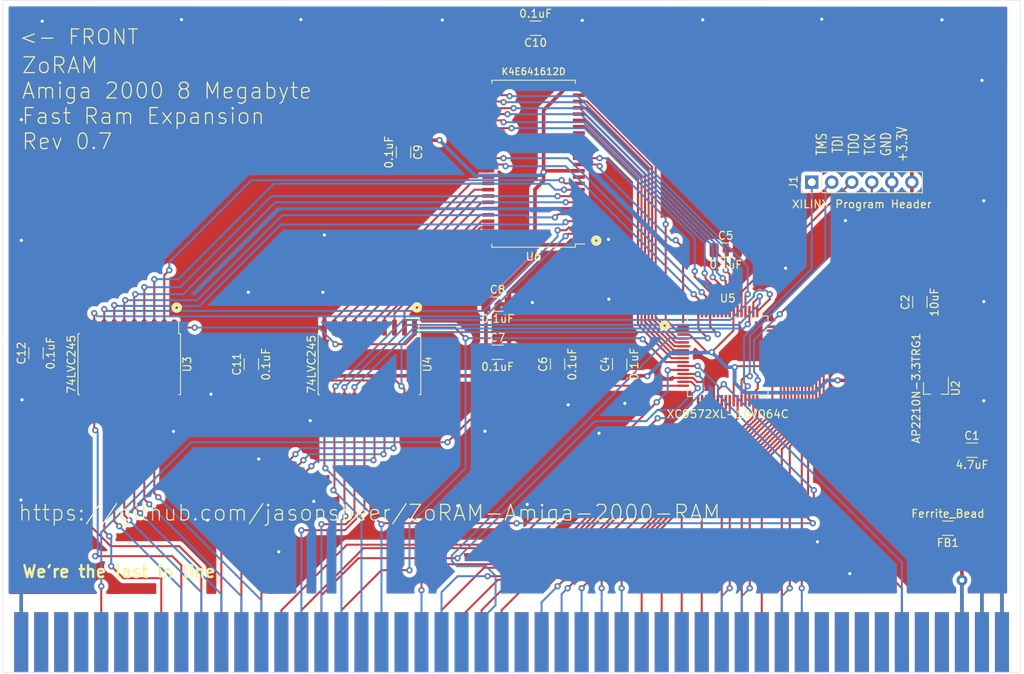
<source format=kicad_pcb>
(kicad_pcb (version 20171130) (host pcbnew 5.1.6+dfsg1-1)
  (layers (0 F.Cu signal) (31 B.Cu signal) (34 B.Paste user) (35 F.Paste user) (36 B.SilkS user) (37 F.SilkS user) (38 B.Mask user) (39 F.Mask user) (44 Edge.Cuts user))
  (net 0 "")
  (net 1 GND)
  (net 2 "Net-(C1-Pad1)")
  (net 3 +3V3)
  (net 4 +5V)
  (net 5 /TCK)
  (net 6 /TDO)
  (net 7 /TDI)
  (net 8 /TMS)
  (net 9 /_CFGIN)
  (net 10 /E7M)
  (net 11 /_BUFOE)
  (net 12 /BD0)
  (net 13 /BD1)
  (net 14 /BD2)
  (net 15 /BD3)
  (net 16 /BD4)
  (net 17 /BD5)
  (net 18 /BD6)
  (net 19 /BD7)
  (net 20 /MD7)
  (net 21 /MD6)
  (net 22 /MD5)
  (net 23 /MD4)
  (net 24 /MD3)
  (net 25 /MD2)
  (net 26 /MD1)
  (net 27 /MD0)
  (net 28 /READ)
  (net 29 /BD8)
  (net 30 /BD9)
  (net 31 /BD10)
  (net 32 /BD11)
  (net 33 /BD12)
  (net 34 /BD13)
  (net 35 /BD14)
  (net 36 /BD15)
  (net 37 /MD15)
  (net 38 /MD14)
  (net 39 /MD13)
  (net 40 /MD12)
  (net 41 /MD11)
  (net 42 /MD10)
  (net 43 /MD9)
  (net 44 /MD8)
  (net 45 /_RST)
  (net 46 /_LCAS)
  (net 47 /_UCAS)
  (net 48 /MA11)
  (net 49 /MA10)
  (net 50 /MA9)
  (net 51 /MA8)
  (net 52 /MA7)
  (net 53 /MA6)
  (net 54 /BA23)
  (net 55 /BA22)
  (net 56 /BA21)
  (net 57 /BA20)
  (net 58 /BA19)
  (net 59 /BA18)
  (net 60 /BA17)
  (net 61 /BA16)
  (net 62 /BA15)
  (net 63 /BA14)
  (net 64 /BA13)
  (net 65 /BA12)
  (net 66 /BA11)
  (net 67 /BA10)
  (net 68 /BA9)
  (net 69 /BA8)
  (net 70 /BA7)
  (net 71 /BA6)
  (net 72 /BA5)
  (net 73 /_CFGOUT)
  (net 74 /BA4)
  (net 75 /BA3)
  (net 76 /BA2)
  (net 77 /BA1)
  (net 78 /MA5)
  (net 79 /MA4)
  (net 80 /MA3)
  (net 81 /MA2)
  (net 82 /MA1)
  (net 83 /MA0)
  (net 84 /_RAS)
  (net 85 /_MEMW)
  (net 86 "Net-(ZorroSlot1-Pad66)")
  (net 87 "Net-(ZorroSlot1-Pad64)")
  (net 88 "Net-(ZorroSlot1-Pad98)")
  (net 89 "Net-(ZorroSlot1-Pad96)")
  (net 90 "Net-(ZorroSlot1-Pad94)")
  (net 91 "Net-(ZorroSlot1-Pad90)")
  (net 92 "Net-(ZorroSlot1-Pad88)")
  (net 93 /_BAS)
  (net 94 /_BUDS)
  (net 95 /_BLDS)
  (net 96 "Net-(ZorroSlot1-Pad97)")
  (net 97 "Net-(ZorroSlot1-Pad95)")
  (net 98 "Net-(ZorroSlot1-Pad93)")
  (net 99 "Net-(ZorroSlot1-Pad91)")
  (net 100 "Net-(ZorroSlot1-Pad89)")
  (net 101 "Net-(ZorroSlot1-Pad87)")
  (net 102 "Net-(ZorroSlot1-Pad85)")
  (net 103 "Net-(ZorroSlot1-Pad73)")
  (net 104 "Net-(ZorroSlot1-Pad62)")
  (net 105 "Net-(ZorroSlot1-Pad60)")
  (net 106 "Net-(ZorroSlot1-Pad50)")
  (net 107 "Net-(ZorroSlot1-Pad48)")
  (net 108 "Net-(ZorroSlot1-Pad46)")
  (net 109 "Net-(ZorroSlot1-Pad44)")
  (net 110 "Net-(ZorroSlot1-Pad42)")
  (net 111 "Net-(ZorroSlot1-Pad40)")
  (net 112 "Net-(ZorroSlot1-Pad22)")
  (net 113 "Net-(ZorroSlot1-Pad20)")
  (net 114 "Net-(ZorroSlot1-Pad18)")
  (net 115 "Net-(ZorroSlot1-Pad16)")
  (net 116 "Net-(ZorroSlot1-Pad14)")
  (net 117 "Net-(ZorroSlot1-Pad10)")
  (net 118 "Net-(ZorroSlot1-Pad8)")
  (net 119 "Net-(ZorroSlot1-Pad61)")
  (net 120 "Net-(ZorroSlot1-Pad55)")
  (net 121 "Net-(ZorroSlot1-Pad51)")
  (net 122 "Net-(ZorroSlot1-Pad49)")
  (net 123 "Net-(ZorroSlot1-Pad37)")
  (net 124 "Net-(ZorroSlot1-Pad35)")
  (net 125 "Net-(ZorroSlot1-Pad33)")
  (net 126 "Net-(ZorroSlot1-Pad31)")
  (net 127 "Net-(ZorroSlot1-Pad25)")
  (net 128 "Net-(ZorroSlot1-Pad19)")
  (net 129 "Net-(ZorroSlot1-Pad17)")
  (net 130 "Net-(ZorroSlot1-Pad15)")
  (net 131 "Net-(ZorroSlot1-Pad13)")
  (net 132 "Net-(ZorroSlot1-Pad9)")
  (net 133 "Net-(ZorroSlot1-Pad7)")
  (module Package_SO:SOIC-20W_7.5x12.8mm_P1.27mm (layer F.Cu) (at 122.936 122.428 270)
    (fp_text reference U4 (at 0 -7.35 270) (layer F.SilkS))
    (fp_text value 74LVC245 (at 0 7.35 270) (layer F.SilkS))
    (pad 20 smd roundrect (at 4.65 -5.715 270) (size 2.05 0.6) (layers F.Cu F.Paste F.Mask) (net 3 +3V3))
    (pad 19 smd roundrect (at 4.65 -4.445 270) (size 2.05 0.6) (layers F.Cu F.Paste F.Mask) (net 11 /_BUFOE))
    (pad 18 smd roundrect (at 4.65 -3.175 270) (size 2.05 0.6) (layers F.Cu F.Paste F.Mask) (net 29 /BD8))
    (pad 17 smd roundrect (at 4.65 -1.905 270) (size 2.05 0.6) (layers F.Cu F.Paste F.Mask) (net 30 /BD9))
    (pad 16 smd roundrect (at 4.65 -0.635 270) (size 2.05 0.6) (layers F.Cu F.Paste F.Mask) (net 31 /BD10))
    (pad 15 smd roundrect (at 4.65 0.635 270) (size 2.05 0.6) (layers F.Cu F.Paste F.Mask) (net 32 /BD11))
    (pad 14 smd roundrect (at 4.65 1.905 270) (size 2.05 0.6) (layers F.Cu F.Paste F.Mask) (net 33 /BD12))
    (pad 13 smd roundrect (at 4.65 3.175 270) (size 2.05 0.6) (layers F.Cu F.Paste F.Mask) (net 34 /BD13))
    (pad 12 smd roundrect (at 4.65 4.445 270) (size 2.05 0.6) (layers F.Cu F.Paste F.Mask) (net 35 /BD14))
    (pad 11 smd roundrect (at 4.65 5.715 270) (size 2.05 0.6) (layers F.Cu F.Paste F.Mask) (net 36 /BD15))
    (pad 10 smd roundrect (at -4.65 5.715 270) (size 2.05 0.6) (layers F.Cu F.Paste F.Mask) (net 1 GND))
    (pad 9 smd roundrect (at -4.65 4.445 270) (size 2.05 0.6) (layers F.Cu F.Paste F.Mask) (net 37 /MD15))
    (pad 8 smd roundrect (at -4.65 3.175 270) (size 2.05 0.6) (layers F.Cu F.Paste F.Mask) (net 38 /MD14))
    (pad 7 smd roundrect (at -4.65 1.905 270) (size 2.05 0.6) (layers F.Cu F.Paste F.Mask) (net 39 /MD13))
    (pad 6 smd roundrect (at -4.65 0.635 270) (size 2.05 0.6) (layers F.Cu F.Paste F.Mask) (net 40 /MD12))
    (pad 5 smd roundrect (at -4.65 -0.635 270) (size 2.05 0.6) (layers F.Cu F.Paste F.Mask) (net 41 /MD11))
    (pad 4 smd roundrect (at -4.65 -1.905 270) (size 2.05 0.6) (layers F.Cu F.Paste F.Mask) (net 42 /MD10))
    (pad 3 smd roundrect (at -4.65 -3.175 270) (size 2.05 0.6) (layers F.Cu F.Paste F.Mask) (net 43 /MD9))
    (pad 2 smd roundrect (at -4.65 -4.445 270) (size 2.05 0.6) (layers F.Cu F.Paste F.Mask) (net 44 /MD8))
    (pad 1 smd roundrect (at -4.65 -5.715 270) (size 2.05 0.6) (layers F.Cu F.Paste F.Mask) (net 28 /READ))
  )
  (module Package_QFP:TQFP-64_10x10mm_P0.5mm (layer F.Cu) (at 168.402 121.412)
    (fp_text reference U5 (at 0 -7.35) (layer F.SilkS))
    (fp_text value XC9572XL-10VQ64C (at 0 7.35) (layer F.SilkS))
    (pad 64 smd roundrect (at -3.75 -5.6625) (size 0.3 1.475) (layers F.Cu F.Paste F.Mask) (net 45 /_RST))
    (pad 63 smd roundrect (at -3.25 -5.6625) (size 0.3 1.475) (layers F.Cu F.Paste F.Mask) (net 46 /_LCAS))
    (pad 62 smd roundrect (at -2.75 -5.6625) (size 0.3 1.475) (layers F.Cu F.Paste F.Mask) (net 47 /_UCAS))
    (pad 61 smd roundrect (at -2.25 -5.6625) (size 0.3 1.475) (layers F.Cu F.Paste F.Mask) (net 11 /_BUFOE))
    (pad 60 smd roundrect (at -1.75 -5.6625) (size 0.3 1.475) (layers F.Cu F.Paste F.Mask) (net 48 /MA11))
    (pad 59 smd roundrect (at -1.25 -5.6625) (size 0.3 1.475) (layers F.Cu F.Paste F.Mask) (net 49 /MA10))
    (pad 58 smd roundrect (at -0.75 -5.6625) (size 0.3 1.475) (layers F.Cu F.Paste F.Mask) (net 50 /MA9))
    (pad 57 smd roundrect (at -0.25 -5.6625) (size 0.3 1.475) (layers F.Cu F.Paste F.Mask) (net 51 /MA8))
    (pad 56 smd roundrect (at 0.25 -5.6625) (size 0.3 1.475) (layers F.Cu F.Paste F.Mask) (net 52 /MA7))
    (pad 55 smd roundrect (at 0.75 -5.6625) (size 0.3 1.475) (layers F.Cu F.Paste F.Mask) (net 3 +3V3))
    (pad 54 smd roundrect (at 1.25 -5.6625) (size 0.3 1.475) (layers F.Cu F.Paste F.Mask) (net 1 GND))
    (pad 53 smd roundrect (at 1.75 -5.6625) (size 0.3 1.475) (layers F.Cu F.Paste F.Mask) (net 6 /TDO))
    (pad 52 smd roundrect (at 2.25 -5.6625) (size 0.3 1.475) (layers F.Cu F.Paste F.Mask) (net 53 /MA6))
    (pad 51 smd roundrect (at 2.75 -5.6625) (size 0.3 1.475) (layers F.Cu F.Paste F.Mask) (net 33 /BD12))
    (pad 50 smd roundrect (at 3.25 -5.6625) (size 0.3 1.475) (layers F.Cu F.Paste F.Mask) (net 34 /BD13))
    (pad 49 smd roundrect (at 3.75 -5.6625) (size 0.3 1.475) (layers F.Cu F.Paste F.Mask) (net 35 /BD14))
    (pad 48 smd roundrect (at 5.6625 -3.75) (size 1.475 0.3) (layers F.Cu F.Paste F.Mask) (net 36 /BD15))
    (pad 47 smd roundrect (at 5.6625 -3.25) (size 1.475 0.3) (layers F.Cu F.Paste F.Mask) (net 72 /BA5))
    (pad 46 smd roundrect (at 5.6625 -2.75) (size 1.475 0.3) (layers F.Cu F.Paste F.Mask) (net 71 /BA6))
    (pad 45 smd roundrect (at 5.6625 -2.25) (size 1.475 0.3) (layers F.Cu F.Paste F.Mask) (net 74 /BA4))
    (pad 44 smd roundrect (at 5.6625 -1.75) (size 1.475 0.3) (layers F.Cu F.Paste F.Mask) (net 75 /BA3))
    (pad 43 smd roundrect (at 5.6625 -1.25) (size 1.475 0.3) (layers F.Cu F.Paste F.Mask) (net 76 /BA2))
    (pad 42 smd roundrect (at 5.6625 -0.75) (size 1.475 0.3) (layers F.Cu F.Paste F.Mask) (net 70 /BA7))
    (pad 41 smd roundrect (at 5.6625 -0.25) (size 1.475 0.3) (layers F.Cu F.Paste F.Mask) (net 1 GND))
    (pad 40 smd roundrect (at 5.6625 0.25) (size 1.475 0.3) (layers F.Cu F.Paste F.Mask) (net 77 /BA1))
    (pad 39 smd roundrect (at 5.6625 0.75) (size 1.475 0.3) (layers F.Cu F.Paste F.Mask) (net 69 /BA8))
    (pad 38 smd roundrect (at 5.6625 1.25) (size 1.475 0.3) (layers F.Cu F.Paste F.Mask) (net 68 /BA9))
    (pad 37 smd roundrect (at 5.6625 1.75) (size 1.475 0.3) (layers F.Cu F.Paste F.Mask) (net 3 +3V3))
    (pad 36 smd roundrect (at 5.6625 2.25) (size 1.475 0.3) (layers F.Cu F.Paste F.Mask) (net 67 /BA10))
    (pad 35 smd roundrect (at 5.6625 2.75) (size 1.475 0.3) (layers F.Cu F.Paste F.Mask) (net 66 /BA11))
    (pad 34 smd roundrect (at 5.6625 3.25) (size 1.475 0.3) (layers F.Cu F.Paste F.Mask) (net 65 /BA12))
    (pad 33 smd roundrect (at 5.6625 3.75) (size 1.475 0.3) (layers F.Cu F.Paste F.Mask) (net 64 /BA13))
    (pad 32 smd roundrect (at 3.75 5.6625) (size 0.3 1.475) (layers F.Cu F.Paste F.Mask) (net 63 /BA14))
    (pad 31 smd roundrect (at 3.25 5.6625) (size 0.3 1.475) (layers F.Cu F.Paste F.Mask) (net 62 /BA15))
    (pad 30 smd roundrect (at 2.75 5.6625) (size 0.3 1.475) (layers F.Cu F.Paste F.Mask) (net 5 /TCK))
    (pad 29 smd roundrect (at 2.25 5.6625) (size 0.3 1.475) (layers F.Cu F.Paste F.Mask) (net 8 /TMS))
    (pad 28 smd roundrect (at 1.75 5.6625) (size 0.3 1.475) (layers F.Cu F.Paste F.Mask) (net 7 /TDI))
    (pad 27 smd roundrect (at 1.25 5.6625) (size 0.3 1.475) (layers F.Cu F.Paste F.Mask) (net 61 /BA16))
    (pad 26 smd roundrect (at 0.75 5.6625) (size 0.3 1.475) (layers F.Cu F.Paste F.Mask) (net 3 +3V3))
    (pad 25 smd roundrect (at 0.25 5.6625) (size 0.3 1.475) (layers F.Cu F.Paste F.Mask) (net 60 /BA17))
    (pad 24 smd roundrect (at -0.25 5.6625) (size 0.3 1.475) (layers F.Cu F.Paste F.Mask) (net 59 /BA18))
    (pad 23 smd roundrect (at -0.75 5.6625) (size 0.3 1.475) (layers F.Cu F.Paste F.Mask) (net 58 /BA19))
    (pad 22 smd roundrect (at -1.25 5.6625) (size 0.3 1.475) (layers F.Cu F.Paste F.Mask) (net 73 /_CFGOUT))
    (pad 21 smd roundrect (at -1.75 5.6625) (size 0.3 1.475) (layers F.Cu F.Paste F.Mask) (net 1 GND))
    (pad 20 smd roundrect (at -2.25 5.6625) (size 0.3 1.475) (layers F.Cu F.Paste F.Mask) (net 57 /BA20))
    (pad 19 smd roundrect (at -2.75 5.6625) (size 0.3 1.475) (layers F.Cu F.Paste F.Mask) (net 55 /BA22))
    (pad 18 smd roundrect (at -3.25 5.6625) (size 0.3 1.475) (layers F.Cu F.Paste F.Mask) (net 56 /BA21))
    (pad 17 smd roundrect (at -3.75 5.6625) (size 0.3 1.475) (layers F.Cu F.Paste F.Mask) (net 54 /BA23))
    (pad 16 smd roundrect (at -5.6625 3.75) (size 1.475 0.3) (layers F.Cu F.Paste F.Mask) (net 10 /E7M))
    (pad 15 smd roundrect (at -5.6625 3.25) (size 1.475 0.3) (layers F.Cu F.Paste F.Mask) (net 95 /_BLDS))
    (pad 14 smd roundrect (at -5.6625 2.75) (size 1.475 0.3) (layers F.Cu F.Paste F.Mask) (net 1 GND))
    (pad 13 smd roundrect (at -5.6625 2.25) (size 1.475 0.3) (layers F.Cu F.Paste F.Mask) (net 94 /_BUDS))
    (pad 12 smd roundrect (at -5.6625 1.75) (size 1.475 0.3) (layers F.Cu F.Paste F.Mask) (net 93 /_BAS))
    (pad 11 smd roundrect (at -5.6625 1.25) (size 1.475 0.3) (layers F.Cu F.Paste F.Mask) (net 9 /_CFGIN))
    (pad 10 smd roundrect (at -5.6625 0.75) (size 1.475 0.3) (layers F.Cu F.Paste F.Mask) (net 28 /READ))
    (pad 9 smd roundrect (at -5.6625 0.25) (size 1.475 0.3) (layers F.Cu F.Paste F.Mask) (net 83 /MA0))
    (pad 8 smd roundrect (at -5.6625 -0.25) (size 1.475 0.3) (layers F.Cu F.Paste F.Mask) (net 82 /MA1))
    (pad 7 smd roundrect (at -5.6625 -0.75) (size 1.475 0.3) (layers F.Cu F.Paste F.Mask) (net 81 /MA2))
    (pad 6 smd roundrect (at -5.6625 -1.25) (size 1.475 0.3) (layers F.Cu F.Paste F.Mask) (net 80 /MA3))
    (pad 5 smd roundrect (at -5.6625 -1.75) (size 1.475 0.3) (layers F.Cu F.Paste F.Mask) (net 79 /MA4))
    (pad 4 smd roundrect (at -5.6625 -2.25) (size 1.475 0.3) (layers F.Cu F.Paste F.Mask) (net 78 /MA5))
    (pad 3 smd roundrect (at -5.6625 -2.75) (size 1.475 0.3) (layers F.Cu F.Paste F.Mask) (net 3 +3V3))
    (pad 2 smd roundrect (at -5.6625 -3.25) (size 1.475 0.3) (layers F.Cu F.Paste F.Mask) (net 84 /_RAS))
    (pad 1 smd roundrect (at -5.6625 -3.75) (size 1.475 0.3) (layers F.Cu F.Paste F.Mask) (net 85 /_MEMW))
  )
  (module Capacitor_SMD:C_1206_3216Metric (layer F.Cu) (at 196.342 143.256 180)
    (fp_text reference FB1 (at 0 -1.85) (layer F.SilkS))
    (fp_text value Ferrite_Bead (at 0 1.85) (layer F.SilkS))
    (pad 2 smd roundrect (at 1.475 0 180) (size 1.15 1.8) (layers F.Cu F.Paste F.Mask) (roundrect_rratio 0.217391) (net 2 "Net-(C1-Pad1)"))
    (pad 1 smd roundrect (at -1.475 0 180) (size 1.15 1.8) (layers F.Cu F.Paste F.Mask) (roundrect_rratio 0.217391) (net 4 +5V))
  )
  (module AmigaFootprints:ZorroCardEdge (layer F.Cu) (at 139.7 157.734)
    (fp_text reference ZorroSlot1 hide)
    (fp_text value ZorroCardEdge hide)
    (pad 67 connect rect (at -20.32 0) (size 1.78 7.62) (layers B.Cu B.Mask) (net 34 /BD13))
    (pad 65 connect rect (at -17.78 0) (size 1.78 7.62) (layers B.Cu B.Mask) (net 35 /BD14))
    (pad 63 connect rect (at -15.24 0) (size 1.78 7.62) (layers B.Cu B.Mask) (net 36 /BD15))
    (pad 68 connect rect (at -20.32 0) (size 1.78 7.62) (layers F.Cu F.Mask) (net 28 /READ))
    (pad 66 connect rect (at -17.78 0) (size 1.78 7.62) (layers F.Cu F.Mask) (net 86 "Net-(ZorroSlot1-Pad66)"))
    (pad 64 connect rect (at -15.24 0) (size 1.78 7.62) (layers F.Cu F.Mask) (net 87 "Net-(ZorroSlot1-Pad64)"))
    (pad 100 connect rect (at -60.96 0) (size 1.78 7.62) (layers F.Cu F.Mask) (net 1 GND))
    (pad 98 connect rect (at -58.42 0) (size 1.78 7.62) (layers F.Cu F.Mask) (net 88 "Net-(ZorroSlot1-Pad98)"))
    (pad 96 connect rect (at -55.88 0) (size 1.78 7.62) (layers F.Cu F.Mask) (net 89 "Net-(ZorroSlot1-Pad96)"))
    (pad 94 connect rect (at -53.34 0) (size 1.78 7.62) (layers F.Cu F.Mask) (net 90 "Net-(ZorroSlot1-Pad94)"))
    (pad 92 connect rect (at -50.8 0) (size 1.78 7.62) (layers F.Cu F.Mask) (net 10 /E7M))
    (pad 90 connect rect (at -48.26 0) (size 1.78 7.62) (layers F.Cu F.Mask) (net 91 "Net-(ZorroSlot1-Pad90)"))
    (pad 88 connect rect (at -45.72 0) (size 1.78 7.62) (layers F.Cu F.Mask) (net 92 "Net-(ZorroSlot1-Pad88)"))
    (pad 86 connect rect (at -43.18 0) (size 1.78 7.62) (layers F.Cu F.Mask) (net 17 /BD5))
    (pad 84 connect rect (at -40.64 0) (size 1.78 7.62) (layers F.Cu F.Mask) (net 18 /BD6))
    (pad 82 connect rect (at -38.1 0) (size 1.78 7.62) (layers F.Cu F.Mask) (net 19 /BD7))
    (pad 80 connect rect (at -35.56 0) (size 1.78 7.62) (layers F.Cu F.Mask) (net 29 /BD8))
    (pad 78 connect rect (at -33.02 0) (size 1.78 7.62) (layers F.Cu F.Mask) (net 30 /BD9))
    (pad 76 connect rect (at -30.48 0) (size 1.78 7.62) (layers F.Cu F.Mask) (net 31 /BD10))
    (pad 74 connect rect (at -27.94 0) (size 1.78 7.62) (layers F.Cu F.Mask) (net 93 /_BAS))
    (pad 72 connect rect (at -25.4 0) (size 1.78 7.62) (layers F.Cu F.Mask) (net 94 /_BUDS))
    (pad 70 connect rect (at -22.86 0) (size 1.78 7.62) (layers F.Cu F.Mask) (net 95 /_BLDS))
    (pad 99 connect rect (at -60.96 0) (size 1.78 7.62) (layers B.Cu B.Mask) (net 1 GND))
    (pad 97 connect rect (at -58.42 0) (size 1.78 7.62) (layers B.Cu B.Mask) (net 96 "Net-(ZorroSlot1-Pad97)"))
    (pad 95 connect rect (at -55.88 0) (size 1.78 7.62) (layers B.Cu B.Mask) (net 97 "Net-(ZorroSlot1-Pad95)"))
    (pad 93 connect rect (at -53.34 0) (size 1.78 7.62) (layers B.Cu B.Mask) (net 98 "Net-(ZorroSlot1-Pad93)"))
    (pad 91 connect rect (at -50.8 0) (size 1.78 7.62) (layers B.Cu B.Mask) (net 99 "Net-(ZorroSlot1-Pad91)"))
    (pad 89 connect rect (at -48.26 0) (size 1.78 7.62) (layers B.Cu B.Mask) (net 100 "Net-(ZorroSlot1-Pad89)"))
    (pad 87 connect rect (at -45.72 0) (size 1.78 7.62) (layers B.Cu B.Mask) (net 101 "Net-(ZorroSlot1-Pad87)"))
    (pad 85 connect rect (at -43.18 0) (size 1.78 7.62) (layers B.Cu B.Mask) (net 102 "Net-(ZorroSlot1-Pad85)"))
    (pad 83 connect rect (at -40.64 0) (size 1.78 7.62) (layers B.Cu B.Mask) (net 16 /BD4))
    (pad 81 connect rect (at -38.1 0) (size 1.78 7.62) (layers B.Cu B.Mask) (net 15 /BD3))
    (pad 79 connect rect (at -35.56 0) (size 1.78 7.62) (layers B.Cu B.Mask) (net 14 /BD2))
    (pad 77 connect rect (at -33.02 0) (size 1.78 7.62) (layers B.Cu B.Mask) (net 13 /BD1))
    (pad 75 connect rect (at -30.48 0) (size 1.78 7.62) (layers B.Cu B.Mask) (net 12 /BD0))
    (pad 73 connect rect (at -27.94 0) (size 1.78 7.62) (layers B.Cu B.Mask) (net 103 "Net-(ZorroSlot1-Pad73)"))
    (pad 71 connect rect (at -25.4 0) (size 1.78 7.62) (layers B.Cu B.Mask) (net 32 /BD11))
    (pad 69 connect rect (at -22.86 0) (size 1.78 7.62) (layers B.Cu B.Mask) (net 33 /BD12))
    (pad 62 connect rect (at -12.7 0) (size 1.78 7.62) (layers F.Cu F.Mask) (net 104 "Net-(ZorroSlot1-Pad62)"))
    (pad 60 connect rect (at -10.16 0) (size 1.78 7.62) (layers F.Cu F.Mask) (net 105 "Net-(ZorroSlot1-Pad60)"))
    (pad 58 connect rect (at -7.62 0) (size 1.78 7.62) (layers F.Cu F.Mask) (net 56 /BA21))
    (pad 56 connect rect (at -5.08 0) (size 1.78 7.62) (layers F.Cu F.Mask) (net 57 /BA20))
    (pad 54 connect rect (at -2.54 0) (size 1.78 7.62) (layers F.Cu F.Mask) (net 58 /BA19))
    (pad 52 connect rect (at 0 0) (size 1.78 7.62) (layers F.Cu F.Mask) (net 59 /BA18))
    (pad 50 connect rect (at 2.54 0) (size 1.78 7.62) (layers F.Cu F.Mask) (net 106 "Net-(ZorroSlot1-Pad50)"))
    (pad 48 connect rect (at 5.08 0) (size 1.78 7.62) (layers F.Cu F.Mask) (net 107 "Net-(ZorroSlot1-Pad48)"))
    (pad 46 connect rect (at 7.62 0) (size 1.78 7.62) (layers F.Cu F.Mask) (net 108 "Net-(ZorroSlot1-Pad46)"))
    (pad 44 connect rect (at 10.16 0) (size 1.78 7.62) (layers F.Cu F.Mask) (net 109 "Net-(ZorroSlot1-Pad44)"))
    (pad 42 connect rect (at 12.7 0) (size 1.78 7.62) (layers F.Cu F.Mask) (net 110 "Net-(ZorroSlot1-Pad42)"))
    (pad 40 connect rect (at 15.24 0) (size 1.78 7.62) (layers F.Cu F.Mask) (net 111 "Net-(ZorroSlot1-Pad40)"))
    (pad 38 connect rect (at 17.78 0) (size 1.78 7.62) (layers F.Cu F.Mask) (net 65 /BA12))
    (pad 36 connect rect (at 20.32 0) (size 1.78 7.62) (layers F.Cu F.Mask) (net 66 /BA11))
    (pad 34 connect rect (at 22.86 0) (size 1.78 7.62) (layers F.Cu F.Mask) (net 67 /BA10))
    (pad 32 connect rect (at 25.4 0) (size 1.78 7.62) (layers F.Cu F.Mask) (net 68 /BA9))
    (pad 30 connect rect (at 27.94 0) (size 1.78 7.62) (layers F.Cu F.Mask) (net 69 /BA8))
    (pad 28 connect rect (at 30.48 0) (size 1.78 7.62) (layers F.Cu F.Mask) (net 70 /BA7))
    (pad 26 connect rect (at 33.02 0) (size 1.78 7.62) (layers F.Cu F.Mask) (net 75 /BA3))
    (pad 24 connect rect (at 35.56 0) (size 1.78 7.62) (layers F.Cu F.Mask) (net 74 /BA4))
    (pad 22 connect rect (at 38.1 0) (size 1.78 7.62) (layers F.Cu F.Mask) (net 112 "Net-(ZorroSlot1-Pad22)"))
    (pad 20 connect rect (at 40.64 0) (size 1.78 7.62) (layers F.Cu F.Mask) (net 113 "Net-(ZorroSlot1-Pad20)"))
    (pad 18 connect rect (at 43.18 0) (size 1.78 7.62) (layers F.Cu F.Mask) (net 114 "Net-(ZorroSlot1-Pad18)"))
    (pad 16 connect rect (at 45.72 0) (size 1.78 7.62) (layers F.Cu F.Mask) (net 115 "Net-(ZorroSlot1-Pad16)"))
    (pad 14 connect rect (at 48.26 0) (size 1.78 7.62) (layers F.Cu F.Mask) (net 116 "Net-(ZorroSlot1-Pad14)"))
    (pad 12 connect rect (at 50.8 0) (size 1.78 7.62) (layers F.Cu F.Mask) (net 9 /_CFGIN))
    (pad 10 connect rect (at 53.34 0) (size 1.78 7.62) (layers F.Cu F.Mask) (net 117 "Net-(ZorroSlot1-Pad10)"))
    (pad 8 connect rect (at 55.88 0) (size 1.78 7.62) (layers F.Cu F.Mask) (net 118 "Net-(ZorroSlot1-Pad8)"))
    (pad 6 connect rect (at 58.42 0) (size 1.78 7.62) (layers F.Cu F.Mask) (net 4 +5V))
    (pad 4 connect rect (at 60.96 0) (size 1.78 7.62) (layers F.Cu F.Mask) (net 1 GND))
    (pad 2 connect rect (at 63.5 0) (size 1.78 7.62) (layers F.Cu F.Mask) (net 1 GND))
    (pad 61 connect rect (at -12.7 0) (size 1.78 7.62) (layers B.Cu B.Mask) (net 119 "Net-(ZorroSlot1-Pad61)"))
    (pad 59 connect rect (at -10.16 0) (size 1.78 7.62) (layers B.Cu B.Mask) (net 54 /BA23))
    (pad 57 connect rect (at -7.62 0) (size 1.78 7.62) (layers B.Cu B.Mask) (net 55 /BA22))
    (pad 55 connect rect (at -5.08 0) (size 1.78 7.62) (layers B.Cu B.Mask) (net 120 "Net-(ZorroSlot1-Pad55)"))
    (pad 53 connect rect (at -2.54 0) (size 1.78 7.62) (layers B.Cu B.Mask) (net 45 /_RST))
    (pad 51 connect rect (at 0 0) (size 1.78 7.62) (layers B.Cu B.Mask) (net 121 "Net-(ZorroSlot1-Pad51)"))
    (pad 49 connect rect (at 2.54 0) (size 1.78 7.62) (layers B.Cu B.Mask) (net 122 "Net-(ZorroSlot1-Pad49)"))
    (pad 47 connect rect (at 5.08 0) (size 1.78 7.62) (layers B.Cu B.Mask) (net 60 /BA17))
    (pad 45 connect rect (at 7.62 0) (size 1.78 7.62) (layers B.Cu B.Mask) (net 61 /BA16))
    (pad 43 connect rect (at 10.16 0) (size 1.78 7.62) (layers B.Cu B.Mask) (net 62 /BA15))
    (pad 41 connect rect (at 12.7 0) (size 1.78 7.62) (layers B.Cu B.Mask) (net 63 /BA14))
    (pad 39 connect rect (at 15.24 0) (size 1.78 7.62) (layers B.Cu B.Mask) (net 64 /BA13))
    (pad 37 connect rect (at 17.78 0) (size 1.78 7.62) (layers B.Cu B.Mask) (net 123 "Net-(ZorroSlot1-Pad37)"))
    (pad 35 connect rect (at 20.32 0) (size 1.78 7.62) (layers B.Cu B.Mask) (net 124 "Net-(ZorroSlot1-Pad35)"))
    (pad 33 connect rect (at 22.86 0) (size 1.78 7.62) (layers B.Cu B.Mask) (net 125 "Net-(ZorroSlot1-Pad33)"))
    (pad 31 connect rect (at 25.4 0) (size 1.78 7.62) (layers B.Cu B.Mask) (net 126 "Net-(ZorroSlot1-Pad31)"))
    (pad 29 connect rect (at 27.94 0) (size 1.78 7.62) (layers B.Cu B.Mask) (net 77 /BA1))
    (pad 27 connect rect (at 30.48 0) (size 1.78 7.62) (layers B.Cu B.Mask) (net 76 /BA2))
    (pad 25 connect rect (at 33.02 0) (size 1.78 7.62) (layers B.Cu B.Mask) (net 127 "Net-(ZorroSlot1-Pad25)"))
    (pad 23 connect rect (at 35.56 0) (size 1.78 7.62) (layers B.Cu B.Mask) (net 71 /BA6))
    (pad 21 connect rect (at 38.1 0) (size 1.78 7.62) (layers B.Cu B.Mask) (net 72 /BA5))
    (pad 19 connect rect (at 40.64 0) (size 1.78 7.62) (layers B.Cu B.Mask) (net 128 "Net-(ZorroSlot1-Pad19)"))
    (pad 17 connect rect (at 43.18 0) (size 1.78 7.62) (layers B.Cu B.Mask) (net 129 "Net-(ZorroSlot1-Pad17)"))
    (pad 15 connect rect (at 45.72 0) (size 1.78 7.62) (layers B.Cu B.Mask) (net 130 "Net-(ZorroSlot1-Pad15)"))
    (pad 13 connect rect (at 48.26 0) (size 1.78 7.62) (layers B.Cu B.Mask) (net 131 "Net-(ZorroSlot1-Pad13)"))
    (pad 11 connect rect (at 50.8 0) (size 1.78 7.62) (layers B.Cu B.Mask) (net 73 /_CFGOUT))
    (pad 9 connect rect (at 53.34 0) (size 1.78 7.62) (layers B.Cu B.Mask) (net 132 "Net-(ZorroSlot1-Pad9)"))
    (pad 7 connect rect (at 55.88 0) (size 1.78 7.62) (layers B.Cu B.Mask) (net 133 "Net-(ZorroSlot1-Pad7)"))
    (pad 5 connect rect (at 58.42 0) (size 1.78 7.62) (layers B.Cu B.Mask) (net 4 +5V))
    (pad 3 connect rect (at 60.96 0) (size 1.78 7.62) (layers B.Cu B.Mask) (net 1 GND))
    (pad 1 connect rect (at 63.5 0) (size 1.78 7.62) (layers B.Cu B.Mask) (net 1 GND))
  )
  (module AmigaFootprints:TSOP-II-50_P0.8mm (layer F.Cu) (at 143.764 96.266 180)
    (fp_text reference U6 (at 0 -12.5 180) (layer F.SilkS))
    (fp_text value K4E641612D (at 0 11 180) (layer F.SilkS) (effects (font (size 0.85 0.85))))
    (pad 50 smd rect (at 5.75 -10.4 180) (size 1.51 0.458) (layers F.Cu F.Paste F.Mask) (net 1 GND))
    (pad 49 smd rect (at 5.75 -9.6 180) (size 1.51 0.458) (layers F.Cu F.Paste F.Mask) (net 44 /MD8))
    (pad 48 smd rect (at 5.75 -8.8 180) (size 1.51 0.458) (layers F.Cu F.Paste F.Mask) (net 43 /MD9))
    (pad 47 smd rect (at 5.75 -8 180) (size 1.51 0.458) (layers F.Cu F.Paste F.Mask) (net 42 /MD10))
    (pad 46 smd rect (at 5.75 -7.2 180) (size 1.51 0.458) (layers F.Cu F.Paste F.Mask) (net 41 /MD11))
    (pad 45 smd rect (at 5.75 -6.4 180) (size 1.51 0.458) (layers F.Cu F.Paste F.Mask) (net 1 GND))
    (pad 44 smd rect (at 5.75 -5.6 180) (size 1.51 0.458) (layers F.Cu F.Paste F.Mask) (net 40 /MD12))
    (pad 43 smd rect (at 5.75 -4.8 180) (size 1.51 0.458) (layers F.Cu F.Paste F.Mask) (net 39 /MD13))
    (pad 42 smd rect (at 5.75 -4 180) (size 1.51 0.458) (layers F.Cu F.Paste F.Mask) (net 38 /MD14))
    (pad 41 smd rect (at 5.75 -3.2 180) (size 1.51 0.458) (layers F.Cu F.Paste F.Mask) (net 37 /MD15))
    (pad 40 smd rect (at 5.75 -2.4 180) (size 1.51 0.458) (layers F.Cu F.Paste F.Mask))
    (pad 39 smd rect (at 5.75 -1.6 180) (size 1.51 0.458) (layers F.Cu F.Paste F.Mask) (net 1 GND))
    (pad 38 smd rect (at 5.75 -0.8 180) (size 1.51 0.458) (layers F.Cu F.Paste F.Mask) (net 46 /_LCAS))
    (pad 37 smd rect (at 5.75 0 180) (size 1.51 0.458) (layers F.Cu F.Paste F.Mask) (net 47 /_UCAS))
    (pad 36 smd rect (at 5.75 0.8 180) (size 1.51 0.458) (layers F.Cu F.Paste F.Mask) (net 1 GND))
    (pad 35 smd rect (at 5.75 1.6 180) (size 1.51 0.458) (layers F.Cu F.Paste F.Mask))
    (pad 34 smd rect (at 5.75 2.4 180) (size 1.51 0.458) (layers F.Cu F.Paste F.Mask))
    (pad 33 smd rect (at 5.75 3.2 180) (size 1.51 0.458) (layers F.Cu F.Paste F.Mask))
    (pad 32 smd rect (at 5.75 4 180) (size 1.51 0.458) (layers F.Cu F.Paste F.Mask) (net 48 /MA11))
    (pad 31 smd rect (at 5.75 4.8 180) (size 1.51 0.458) (layers F.Cu F.Paste F.Mask) (net 49 /MA10))
    (pad 30 smd rect (at 5.75 5.6 180) (size 1.51 0.458) (layers F.Cu F.Paste F.Mask) (net 50 /MA9))
    (pad 29 smd rect (at 5.75 6.4 180) (size 1.51 0.458) (layers F.Cu F.Paste F.Mask) (net 51 /MA8))
    (pad 28 smd rect (at 5.75 7.2 180) (size 1.51 0.458) (layers F.Cu F.Paste F.Mask) (net 52 /MA7))
    (pad 27 smd rect (at 5.75 8 180) (size 1.51 0.458) (layers F.Cu F.Paste F.Mask) (net 53 /MA6))
    (pad 26 smd rect (at 5.75 8.8 180) (size 1.51 0.458) (layers F.Cu F.Paste F.Mask) (net 1 GND))
    (pad 25 smd rect (at -5.75 8.8 180) (size 1.51 0.458) (layers F.Cu F.Paste F.Mask) (net 3 +3V3))
    (pad 24 smd rect (at -5.75 8 180) (size 1.51 0.458) (layers F.Cu F.Paste F.Mask) (net 78 /MA5))
    (pad 23 smd rect (at -5.75 7.2 180) (size 1.51 0.458) (layers F.Cu F.Paste F.Mask) (net 79 /MA4))
    (pad 22 smd rect (at -5.75 6.4 180) (size 1.51 0.458) (layers F.Cu F.Paste F.Mask) (net 80 /MA3))
    (pad 21 smd rect (at -5.75 5.6 180) (size 1.51 0.458) (layers F.Cu F.Paste F.Mask) (net 81 /MA2))
    (pad 20 smd rect (at -5.75 4.8 180) (size 1.51 0.458) (layers F.Cu F.Paste F.Mask) (net 82 /MA1))
    (pad 19 smd rect (at -5.75 4 180) (size 1.51 0.458) (layers F.Cu F.Paste F.Mask) (net 83 /MA0))
    (pad 18 smd rect (at -5.75 3.2 180) (size 1.51 0.458) (layers F.Cu F.Paste F.Mask))
    (pad 17 smd rect (at -5.75 2.4 180) (size 1.51 0.458) (layers F.Cu F.Paste F.Mask))
    (pad 16 smd rect (at -5.75 1.6 180) (size 1.51 0.458) (layers F.Cu F.Paste F.Mask))
    (pad 15 smd rect (at -5.75 0.8 180) (size 1.51 0.458) (layers F.Cu F.Paste F.Mask))
    (pad 14 smd rect (at -5.75 0 180) (size 1.51 0.458) (layers F.Cu F.Paste F.Mask) (net 84 /_RAS))
    (pad 13 smd rect (at -5.75 -0.8 180) (size 1.51 0.458) (layers F.Cu F.Paste F.Mask) (net 85 /_MEMW))
    (pad 12 smd rect (at -5.75 -1.6 180) (size 1.51 0.458) (layers F.Cu F.Paste F.Mask) (net 3 +3V3))
    (pad 11 smd rect (at -5.75 -2.4 180) (size 1.51 0.458) (layers F.Cu F.Paste F.Mask))
    (pad 10 smd rect (at -5.75 -3.2 180) (size 1.51 0.458) (layers F.Cu F.Paste F.Mask) (net 27 /MD0))
    (pad 9 smd rect (at -5.75 -4 180) (size 1.51 0.458) (layers F.Cu F.Paste F.Mask) (net 26 /MD1))
    (pad 8 smd rect (at -5.75 -4.8 180) (size 1.51 0.458) (layers F.Cu F.Paste F.Mask) (net 25 /MD2))
    (pad 7 smd rect (at -5.75 -5.6 180) (size 1.51 0.458) (layers F.Cu F.Paste F.Mask) (net 24 /MD3))
    (pad 6 smd rect (at -5.75 -6.4 180) (size 1.51 0.458) (layers F.Cu F.Paste F.Mask) (net 3 +3V3))
    (pad 5 smd rect (at -5.75 -7.2 180) (size 1.51 0.458) (layers F.Cu F.Paste F.Mask) (net 23 /MD4))
    (pad 4 smd rect (at -5.75 -8 180) (size 1.51 0.458) (layers F.Cu F.Paste F.Mask) (net 22 /MD5))
    (pad 3 smd rect (at -5.75 -8.8 180) (size 1.51 0.458) (layers F.Cu F.Paste F.Mask) (net 21 /MD6))
    (pad 2 smd rect (at -5.75 -9.6 180) (size 1.51 0.458) (layers F.Cu F.Paste F.Mask) (net 20 /MD7))
    (pad 1 smd rect (at -5.75 -10.4 180) (size 1.51 0.458) (layers F.Cu F.Paste F.Mask) (net 3 +3V3))
  )
  (module Package_SO:SOIC-20W_7.5x12.8mm_P1.27mm (layer F.Cu) (at 92.456 122.428 270)
    (fp_text reference U3 (at 0 -7.35 270) (layer F.SilkS))
    (fp_text value 74LVC245 (at 0 7.35 270) (layer F.SilkS))
    (pad 20 smd roundrect (at 4.65 -5.715 270) (size 2.05 0.6) (layers F.Cu F.Paste F.Mask) (net 3 +3V3))
    (pad 19 smd roundrect (at 4.65 -4.445 270) (size 2.05 0.6) (layers F.Cu F.Paste F.Mask) (net 11 /_BUFOE))
    (pad 18 smd roundrect (at 4.65 -3.175 270) (size 2.05 0.6) (layers F.Cu F.Paste F.Mask) (net 12 /BD0))
    (pad 17 smd roundrect (at 4.65 -1.905 270) (size 2.05 0.6) (layers F.Cu F.Paste F.Mask) (net 13 /BD1))
    (pad 16 smd roundrect (at 4.65 -0.635 270) (size 2.05 0.6) (layers F.Cu F.Paste F.Mask) (net 14 /BD2))
    (pad 15 smd roundrect (at 4.65 0.635 270) (size 2.05 0.6) (layers F.Cu F.Paste F.Mask) (net 15 /BD3))
    (pad 14 smd roundrect (at 4.65 1.905 270) (size 2.05 0.6) (layers F.Cu F.Paste F.Mask) (net 16 /BD4))
    (pad 13 smd roundrect (at 4.65 3.175 270) (size 2.05 0.6) (layers F.Cu F.Paste F.Mask) (net 17 /BD5))
    (pad 12 smd roundrect (at 4.65 4.445 270) (size 2.05 0.6) (layers F.Cu F.Paste F.Mask) (net 18 /BD6))
    (pad 11 smd roundrect (at 4.65 5.715 270) (size 2.05 0.6) (layers F.Cu F.Paste F.Mask) (net 19 /BD7))
    (pad 10 smd roundrect (at -4.65 5.715 270) (size 2.05 0.6) (layers F.Cu F.Paste F.Mask) (net 1 GND))
    (pad 9 smd roundrect (at -4.65 4.445 270) (size 2.05 0.6) (layers F.Cu F.Paste F.Mask) (net 20 /MD7))
    (pad 8 smd roundrect (at -4.65 3.175 270) (size 2.05 0.6) (layers F.Cu F.Paste F.Mask) (net 21 /MD6))
    (pad 7 smd roundrect (at -4.65 1.905 270) (size 2.05 0.6) (layers F.Cu F.Paste F.Mask) (net 22 /MD5))
    (pad 6 smd roundrect (at -4.65 0.635 270) (size 2.05 0.6) (layers F.Cu F.Paste F.Mask) (net 23 /MD4))
    (pad 5 smd roundrect (at -4.65 -0.635 270) (size 2.05 0.6) (layers F.Cu F.Paste F.Mask) (net 24 /MD3))
    (pad 4 smd roundrect (at -4.65 -1.905 270) (size 2.05 0.6) (layers F.Cu F.Paste F.Mask) (net 25 /MD2))
    (pad 3 smd roundrect (at -4.65 -3.175 270) (size 2.05 0.6) (layers F.Cu F.Paste F.Mask) (net 26 /MD1))
    (pad 2 smd roundrect (at -4.65 -4.445 270) (size 2.05 0.6) (layers F.Cu F.Paste F.Mask) (net 27 /MD0))
    (pad 1 smd roundrect (at -4.65 -5.715 270) (size 2.05 0.6) (layers F.Cu F.Paste F.Mask) (net 28 /READ))
  )
  (module Package_TO_SOT_SMD:SOT-23 (layer F.Cu) (at 194.818 125.476 270)
    (fp_text reference U2 (at 0 -2.5 270) (layer F.SilkS))
    (fp_text value AP2210N-3.3TRG1 (at 0 2.5 270) (layer F.SilkS))
    (pad 3 smd rect (at 1 0 270) (size 0.9 0.8) (layers F.Cu F.Paste F.Mask) (net 2 "Net-(C1-Pad1)"))
    (pad 2 smd rect (at -1 0.95 270) (size 0.9 0.8) (layers F.Cu F.Paste F.Mask) (net 3 +3V3))
    (pad 1 smd rect (at -1 -0.95 270) (size 0.9 0.8) (layers F.Cu F.Paste F.Mask) (net 1 GND))
  )
  (module Connector_PinHeader_2.54mm:PinHeader_1x06_P2.54mm_Vertical (layer F.Cu) (at 179.07 99.314 90)
    (fp_text reference J1 (at 0 -2.33 90) (layer F.SilkS))
    (fp_text value Conn_01x06_Male hide)
    (pad 6 thru_hole oval (at 0 12.7 90) (size 1.7 1.7) (drill 1) (layers *.Cu *.Mask) (net 3 +3V3))
    (pad 5 thru_hole oval (at 0 10.16 90) (size 1.7 1.7) (drill 1) (layers *.Cu *.Mask) (net 1 GND))
    (pad 4 thru_hole oval (at 0 7.62 90) (size 1.7 1.7) (drill 1) (layers *.Cu *.Mask) (net 5 /TCK))
    (pad 3 thru_hole oval (at 0 5.08 90) (size 1.7 1.7) (drill 1) (layers *.Cu *.Mask) (net 6 /TDO))
    (pad 2 thru_hole oval (at 0 2.54 90) (size 1.7 1.7) (drill 1) (layers *.Cu *.Mask) (net 7 /TDI))
    (pad 1 thru_hole rect (at 0 0 90) (size 1.7 1.7) (drill 1) (layers *.Cu *.Mask) (net 8 /TMS))
  )
  (module Capacitor_SMD:C_1206_3216Metric (layer F.Cu) (at 80.6196 121.031 90)
    (fp_text reference C12 (at 0 -1.85 90) (layer F.SilkS))
    (fp_text value 0.1uF (at 0 1.85 90) (layer F.SilkS))
    (pad 2 smd roundrect (at 1.475 0 90) (size 1.15 1.8) (layers F.Cu F.Paste F.Mask) (roundrect_rratio 0.217391) (net 1 GND))
    (pad 1 smd roundrect (at -1.475 0 90) (size 1.15 1.8) (layers F.Cu F.Paste F.Mask) (roundrect_rratio 0.217391) (net 3 +3V3))
  )
  (module Capacitor_SMD:C_1206_3216Metric (layer F.Cu) (at 107.95 122.428 90)
    (fp_text reference C11 (at 0 -1.85 90) (layer F.SilkS))
    (fp_text value 0.1uF (at 0 1.85 90) (layer F.SilkS))
    (pad 1 smd roundrect (at -1.475 0 90) (size 1.15 1.8) (layers F.Cu F.Paste F.Mask) (roundrect_rratio 0.217391) (net 3 +3V3))
    (pad 2 smd roundrect (at 1.475 0 90) (size 1.15 1.8) (layers F.Cu F.Paste F.Mask) (roundrect_rratio 0.217391) (net 1 GND))
  )
  (module Capacitor_SMD:C_1206_3216Metric (layer F.Cu) (at 144.018 79.756 180)
    (fp_text reference C10 (at 0 -1.85) (layer F.SilkS))
    (fp_text value 0.1uF (at 0 1.85) (layer F.SilkS))
    (pad 2 smd roundrect (at 1.475 0 180) (size 1.15 1.8) (layers F.Cu F.Paste F.Mask) (roundrect_rratio 0.217391) (net 1 GND))
    (pad 1 smd roundrect (at -1.475 0 180) (size 1.15 1.8) (layers F.Cu F.Paste F.Mask) (roundrect_rratio 0.217391) (net 3 +3V3))
  )
  (module Capacitor_SMD:C_1206_3216Metric (layer F.Cu) (at 127.254 95.504 270)
    (fp_text reference C9 (at 0 -1.85 90) (layer F.SilkS))
    (fp_text value 0.1uF (at 0 1.85 90) (layer F.SilkS))
    (pad 2 smd roundrect (at 1.475 0 270) (size 1.15 1.8) (layers F.Cu F.Paste F.Mask) (roundrect_rratio 0.217391) (net 1 GND))
    (pad 1 smd roundrect (at -1.475 0 270) (size 1.15 1.8) (layers F.Cu F.Paste F.Mask) (roundrect_rratio 0.217391) (net 3 +3V3))
  )
  (module Capacitor_SMD:C_1206_3216Metric (layer F.Cu) (at 139.192 114.808)
    (fp_text reference C8 (at 0 -1.85) (layer F.SilkS))
    (fp_text value 0.1uF (at 0 1.85) (layer F.SilkS))
    (pad 2 smd roundrect (at 1.475 0) (size 1.15 1.8) (layers F.Cu F.Paste F.Mask) (roundrect_rratio 0.217391) (net 1 GND))
    (pad 1 smd roundrect (at -1.475 0) (size 1.15 1.8) (layers F.Cu F.Paste F.Mask) (roundrect_rratio 0.217391) (net 3 +3V3))
  )
  (module Capacitor_SMD:C_1206_3216Metric (layer F.Cu) (at 139.192 120.904)
    (fp_text reference C7 (at 0 -1.85) (layer F.SilkS))
    (fp_text value 0.1uF (at 0 1.85) (layer F.SilkS))
    (pad 2 smd roundrect (at 1.475 0) (size 1.15 1.8) (layers F.Cu F.Paste F.Mask) (roundrect_rratio 0.217391) (net 1 GND))
    (pad 1 smd roundrect (at -1.475 0) (size 1.15 1.8) (layers F.Cu F.Paste F.Mask) (roundrect_rratio 0.217391) (net 3 +3V3))
  )
  (module Capacitor_SMD:C_1206_3216Metric (layer F.Cu) (at 146.812 122.428 90)
    (fp_text reference C6 (at 0 -1.85 90) (layer F.SilkS))
    (fp_text value 0.1uF (at 0 1.85 90) (layer F.SilkS))
    (pad 2 smd roundrect (at 1.475 0 90) (size 1.15 1.8) (layers F.Cu F.Paste F.Mask) (roundrect_rratio 0.217391) (net 1 GND))
    (pad 1 smd roundrect (at -1.475 0 90) (size 1.15 1.8) (layers F.Cu F.Paste F.Mask) (roundrect_rratio 0.217391) (net 3 +3V3))
  )
  (module Capacitor_SMD:C_1206_3216Metric (layer F.Cu) (at 168.148 107.95)
    (fp_text reference C5 (at 0 -1.85) (layer F.SilkS))
    (fp_text value 0.1uF (at 0 1.85) (layer F.SilkS))
    (pad 2 smd roundrect (at 1.475 0) (size 1.15 1.8) (layers F.Cu F.Paste F.Mask) (roundrect_rratio 0.217391) (net 1 GND))
    (pad 1 smd roundrect (at -1.475 0) (size 1.15 1.8) (layers F.Cu F.Paste F.Mask) (roundrect_rratio 0.217391) (net 3 +3V3))
  )
  (module Capacitor_SMD:C_1206_3216Metric (layer F.Cu) (at 154.686 122.428 90)
    (fp_text reference C4 (at 0 -1.85 90) (layer F.SilkS))
    (fp_text value 0.1uF (at 0 1.85 90) (layer F.SilkS))
    (pad 2 smd roundrect (at 1.475 0 90) (size 1.15 1.8) (layers F.Cu F.Paste F.Mask) (roundrect_rratio 0.217391) (net 1 GND))
    (pad 1 smd roundrect (at -1.475 0 90) (size 1.15 1.8) (layers F.Cu F.Paste F.Mask) (roundrect_rratio 0.217391) (net 3 +3V3))
  )
  (module Capacitor_SMD:C_1206_3216Metric (layer F.Cu) (at 192.786 114.554 90)
    (fp_text reference C2 (at 0 -1.85 90) (layer F.SilkS))
    (fp_text value 10uF (at 0 1.85 90) (layer F.SilkS))
    (pad 2 smd roundrect (at 1.475 0 90) (size 1.15 1.8) (layers F.Cu F.Paste F.Mask) (roundrect_rratio 0.217391) (net 1 GND))
    (pad 1 smd roundrect (at -1.475 0 90) (size 1.15 1.8) (layers F.Cu F.Paste F.Mask) (roundrect_rratio 0.217391) (net 3 +3V3))
  )
  (module Capacitor_SMD:C_1206_3216Metric (layer F.Cu) (at 199.39 133.35)
    (fp_text reference C1 (at 0 -1.85) (layer F.SilkS))
    (fp_text value 4.7uF (at 0 1.85) (layer F.SilkS))
    (pad 2 smd roundrect (at 1.475 0) (size 1.15 1.8) (layers F.Cu F.Paste F.Mask) (roundrect_rratio 0.217391) (net 1 GND))
    (pad 1 smd roundrect (at -1.475 0) (size 1.15 1.8) (layers F.Cu F.Paste F.Mask) (roundrect_rratio 0.217) (net 2 "Net-(C1-Pad1)"))
  )
  (gr_circle (center 160.401 117.5258) (end 160.563639 117.5258) (layer F.SilkS) (width 0.5))
  (gr_circle (center 151.7142 106.7308) (end 151.876839 106.7308) (layer F.SilkS) (width 0.5))
  (gr_circle (center 128.9558 115.2144) (end 129.118439 115.2144) (layer F.SilkS) (width 0.5))
  (gr_circle (center 98.4758 115.2398) (end 98.638439 115.2398) (layer F.SilkS) (width 0.5))
  (gr_line (start 76.4032 76.2) (end 205.5368 76.2) (layer Edge.Cuts) (width 0.05))
  (gr_text https://github.com/jasonsbeer/ZoRAM-Amiga-2000-RAM (at 122.936 141.3002) (layer F.SilkS) (effects (font (size 2 2))))
  (gr_text "XILINX Program Header" (at 185.42 102.108) (layer F.SilkS) (effects (font (size 1 1))))
  (gr_text "We're the last in line." (at 78.74 148.7678) (layer F.SilkS) (effects (font (size 1.5 1.5) (thickness 0.3)) (justify left)))
  (gr_text "ZoRAM \nAmiga 2000 8 Megabyte\nFast Ram Expansion\nRev 0.7" (at 78.7146 89.3064) (layer F.SilkS) (effects (font (size 2 2)) (justify left)))
  (gr_text "TMS\nTDI\nTDO\nTCK\nGND\n+3.3V" (at 185.42 94.488 90) (layer F.SilkS) (effects (font (size 1.27 1))))
  (gr_text "<- FRONT" (at 86.0806 80.8736) (layer F.SilkS) (effects (font (size 1.905 1.905))))
  (gr_line (start 205.5368 161.544) (end 76.4032 161.544) (layer Edge.Cuts) (width 0.05))
  (gr_line (start 205.5368 76.2) (end 205.5368 161.544) (layer Edge.Cuts) (width 0.05))
  (gr_line (start 76.4032 161.544) (end 76.4032 76.2) (layer Edge.Cuts) (width 0.05))
  (segment (start 200.66 133.555) (end 200.865 133.35) (width 0.4572) (layer F.Cu) (net 1))
  (segment (start 192.786 113.079) (end 193.361 112.504) (width 0.25) (layer F.Cu) (net 1))
  (segment (start 169.652 107.979) (end 169.623 107.95) (width 0.25) (layer F.Cu) (net 1))
  (segment (start 169.652 115.7495) (end 169.652 107.979) (width 0.25) (layer F.Cu) (net 1))
  (segment (start 163.982998 124.162) (end 164.506998 124.686) (width 0.25) (layer F.Cu) (net 1))
  (segment (start 162.7395 124.162) (end 163.982998 124.162) (width 0.25) (layer F.Cu) (net 1))
  (segment (start 174.0645 121.162) (end 172.47 121.162) (width 0.25) (layer F.Cu) (net 1))
  (segment (start 172.47 121.162) (end 172.47 121.162) (width 0.25) (layer F.Cu) (net 1))
  (segment (start 166.652 122.908) (end 166.652 122.908) (width 0.25) (layer F.Cu) (net 1))
  (segment (start 162.71451 124.18699) (end 162.7395 124.162) (width 0.25) (layer F.Cu) (net 1))
  (segment (start 146.763 120.904) (end 146.812 120.953) (width 0.25) (layer F.Cu) (net 1))
  (segment (start 200.66 157.734) (end 200.66 147.701) (width 0.4572) (layer F.Cu) (net 1))
  (segment (start 203.2 157.734) (end 203.2 149.0726) (width 0.4572) (layer F.Cu) (net 1))
  (segment (start 200.66 157.734) (end 200.66 148.844) (width 0.4572) (layer B.Cu) (net 1))
  (segment (start 203.2 157.734) (end 203.2 148.9964) (width 0.4572) (layer B.Cu) (net 1))
  (segment (start 78.74 157.734) (end 78.74 148.4122) (width 0.4572) (layer B.Cu) (net 1))
  (via (at 137.5918 130.937) (size 0.8) (drill 0.4) (layers F.Cu B.Cu) (net 1))
  (via (at 115.4176 129.5908) (size 0.8) (drill 0.4) (layers F.Cu B.Cu) (net 1))
  (via (at 98.0694 130.9624) (size 0.8) (drill 0.4) (layers F.Cu B.Cu) (net 1))
  (via (at 148.1582 127.5842) (size 0.8) (drill 0.4) (layers F.Cu B.Cu) (net 1))
  (via (at 134.1374 140.4112) (size 0.8) (drill 0.4) (layers F.Cu B.Cu) (net 1))
  (via (at 108.8898 134.4676) (size 0.8) (drill 0.4) (layers F.Cu B.Cu) (net 1))
  (via (at 102.3874 142.24) (size 0.8) (drill 0.4) (layers F.Cu B.Cu) (net 1))
  (via (at 115.8748 139.8524) (size 0.8) (drill 0.4) (layers F.Cu B.Cu) (net 1))
  (via (at 111.4298 146.2532) (size 0.8) (drill 0.4) (layers F.Cu B.Cu) (net 1))
  (via (at 142.9512 140.2334) (size 0.8) (drill 0.4) (layers F.Cu B.Cu) (net 1))
  (via (at 152.0698 131.191) (size 0.8) (drill 0.4) (layers F.Cu B.Cu) (net 1))
  (via (at 153.2636 106.5784) (size 0.8) (drill 0.4) (layers F.Cu B.Cu) (net 1))
  (via (at 153.3144 114.173) (size 0.8) (drill 0.4) (layers F.Cu B.Cu) (net 1))
  (via (at 143.6116 114.6048) (size 0.8) (drill 0.4) (layers F.Cu B.Cu) (net 1))
  (via (at 107.569 113.284) (size 0.8) (drill 0.4) (layers F.Cu B.Cu) (net 1))
  (via (at 117.0178 113.284) (size 0.8) (drill 0.4) (layers F.Cu B.Cu) (net 1))
  (via (at 117.221 106.0196) (size 0.8) (drill 0.4) (layers F.Cu B.Cu) (net 1))
  (via (at 155.3464 127.4064) (size 0.8) (drill 0.4) (layers F.Cu B.Cu) (net 1))
  (segment (start 138.014 102.666) (end 139.6992 102.666) (width 0.4572) (layer F.Cu) (net 1))
  (segment (start 138.014 97.866) (end 136.5506 97.866) (width 0.4572) (layer F.Cu) (net 1))
  (segment (start 138.014 95.466) (end 135.4202 95.466) (width 0.4572) (layer F.Cu) (net 1))
  (segment (start 138.014 106.666) (end 139.8918 106.666) (width 0.4572) (layer F.Cu) (net 1))
  (via (at 179.7812 144.9832) (size 0.8) (drill 0.4) (layers F.Cu B.Cu) (net 1))
  (via (at 183.896 149.0218) (size 0.8) (drill 0.4) (layers F.Cu B.Cu) (net 1))
  (via (at 102.8192 126.238) (size 0.8) (drill 0.4) (layers F.Cu B.Cu) (net 1))
  (segment (start 138.014 87.466) (end 135.6984 87.466) (width 0.4572) (layer F.Cu) (net 1))
  (segment (start 138.014 87.466) (end 140.0926 87.466) (width 0.4572) (layer F.Cu) (net 1))
  (segment (start 166.652 122.908) (end 166.6748 122.8852) (width 0.25) (layer F.Cu) (net 1))
  (via (at 183.3372 104.1908) (size 0.8) (drill 0.4) (layers F.Cu B.Cu) (net 1))
  (via (at 175.7426 110.236) (size 0.8) (drill 0.4) (layers F.Cu B.Cu) (net 1))
  (segment (start 78.74 157.734) (end 78.74 149.8092) (width 0.4572) (layer F.Cu) (net 1))
  (via (at 78.7146 139.6746) (size 0.8) (drill 0.4) (layers F.Cu B.Cu) (net 1))
  (via (at 78.8416 126.9492) (size 0.8) (drill 0.4) (layers F.Cu B.Cu) (net 1))
  (via (at 78.7654 106.7054) (size 0.8) (drill 0.4) (layers F.Cu B.Cu) (net 1))
  (via (at 78.7654 91.3638) (size 0.8) (drill 0.4) (layers F.Cu B.Cu) (net 1))
  (via (at 81.407 78.867) (size 0.8) (drill 0.4) (layers F.Cu B.Cu) (net 1))
  (via (at 99.0854 78.6638) (size 0.8) (drill 0.4) (layers F.Cu B.Cu) (net 1))
  (via (at 114.2238 78.6638) (size 0.8) (drill 0.4) (layers F.Cu B.Cu) (net 1))
  (via (at 132.1816 78.7146) (size 0.8) (drill 0.4) (layers F.Cu B.Cu) (net 1))
  (via (at 149.9362 78.7654) (size 0.8) (drill 0.4) (layers F.Cu B.Cu) (net 1))
  (via (at 165.227 78.6892) (size 0.8) (drill 0.4) (layers F.Cu B.Cu) (net 1))
  (via (at 180.34 78.613) (size 0.8) (drill 0.4) (layers F.Cu B.Cu) (net 1))
  (via (at 195.58 78.6892) (size 0.8) (drill 0.4) (layers F.Cu B.Cu) (net 1))
  (via (at 200.66 86.3854) (size 0.8) (drill 0.4) (layers F.Cu B.Cu) (net 1))
  (via (at 200.8886 101.6762) (size 0.8) (drill 0.4) (layers F.Cu B.Cu) (net 1))
  (via (at 200.8886 114.4778) (size 0.8) (drill 0.4) (layers F.Cu B.Cu) (net 1))
  (via (at 200.8886 127.0762) (size 0.8) (drill 0.4) (layers F.Cu B.Cu) (net 1))
  (segment (start 166.652 127.0745) (end 166.652 124.3356) (width 0.25) (layer F.Cu) (net 1))
  (segment (start 162.7395 124.162) (end 161.2206 124.162) (width 0.25) (layer F.Cu) (net 1))
  (segment (start 164.506998 124.686) (end 165.7324 124.686) (width 0.25) (layer F.Cu) (net 1))
  (segment (start 194.867 133.891) (end 194.818 133.842) (width 0.25) (layer F.Cu) (net 2))
  (segment (start 194.867 143.256) (end 194.867 133.891) (width 0.4572) (layer F.Cu) (net 2))
  (segment (start 194.867 126.525) (end 194.818 126.476) (width 0.4572) (layer F.Cu) (net 2))
  (segment (start 197.866 133.301) (end 197.915 133.35) (width 0.4572) (layer F.Cu) (net 2))
  (segment (start 194.867 133.301) (end 197.866 133.301) (width 0.4572) (layer F.Cu) (net 2))
  (segment (start 194.867 133.891) (end 194.867 133.301) (width 0.4572) (layer F.Cu) (net 2))
  (segment (start 194.867 133.301) (end 194.867 126.525) (width 0.4572) (layer F.Cu) (net 2))
  (segment (start 155.033 124.162) (end 154.94 124.255) (width 0.25) (layer F.Cu) (net 3))
  (segment (start 154.686 123.903) (end 146.812 123.903) (width 0.4572) (layer F.Cu) (net 3))
  (segment (start 193.868 124.476) (end 193.868 124.018) (width 0.4572) (layer F.Cu) (net 3))
  (segment (start 193.868 124.018) (end 192.835 122.985) (width 0.4572) (layer F.Cu) (net 3))
  (segment (start 192.835 116.078) (end 192.786 116.029) (width 0.4572) (layer F.Cu) (net 3))
  (segment (start 192.835 122.985) (end 192.835 116.078) (width 0.4572) (layer F.Cu) (net 3))
  (segment (start 193.868 124.476) (end 184.215 124.476) (width 0.4572) (layer F.Cu) (net 3))
  (segment (start 169.152 110.429) (end 169.152 115.7495) (width 0.25) (layer F.Cu) (net 3))
  (segment (start 166.673 107.95) (end 169.152 110.429) (width 0.25) (layer F.Cu) (net 3))
  (segment (start 174.0645 123.162) (end 172.946 123.162) (width 0.25) (layer F.Cu) (net 3))
  (segment (start 172.946 123.162) (end 172.466 122.682) (width 0.25) (layer F.Cu) (net 3))
  (segment (start 172.466 122.682) (end 172.466 122.682) (width 0.25) (layer F.Cu) (net 3))
  (segment (start 169.418 122.682) (end 172.466 122.682) (width 0.25) (layer F.Cu) (net 3))
  (segment (start 169.152 122.948) (end 169.291 122.809) (width 0.25) (layer F.Cu) (net 3))
  (segment (start 169.152 127.0745) (end 169.152 122.948) (width 0.25) (layer F.Cu) (net 3))
  (segment (start 169.291 122.809) (end 169.418 122.682) (width 0.25) (layer F.Cu) (net 3))
  (via (at 169.291 122.809) (size 0.8) (drill 0.4) (layers F.Cu B.Cu) (net 3))
  (via (at 166.37 120.904) (size 0.8) (drill 0.4) (layers F.Cu B.Cu) (net 3))
  (segment (start 162.77 118.662) (end 162.79499 118.63701) (width 0.25) (layer F.Cu) (net 3))
  (segment (start 162.7395 118.662) (end 162.77 118.662) (width 0.25) (layer F.Cu) (net 3))
  (via (at 158.193 123.952) (size 0.8) (drill 0.4) (layers F.Cu B.Cu) (net 3))
  (segment (start 149.514 87.466) (end 147.738 87.466) (width 0.4572) (layer F.Cu) (net 3))
  (segment (start 147.738 87.466) (end 145.034 90.17) (width 0.4572) (layer F.Cu) (net 3))
  (segment (start 145.11 97.866) (end 145.034 97.79) (width 0.25) (layer F.Cu) (net 3))
  (segment (start 149.514 97.866) (end 145.11 97.866) (width 0.4572) (layer F.Cu) (net 3))
  (segment (start 145.034 97.79) (end 145.034 98.044) (width 0.25) (layer F.Cu) (net 3))
  (segment (start 145.034 90.17) (end 145.034 97.79) (width 0.4572) (layer F.Cu) (net 3))
  (segment (start 149.514 83.777) (end 145.493 79.756) (width 0.4572) (layer F.Cu) (net 3))
  (segment (start 149.514 87.466) (end 149.514 83.777) (width 0.4572) (layer F.Cu) (net 3))
  (segment (start 137.717 114.808) (end 137.717 120.904) (width 0.4572) (layer F.Cu) (net 3))
  (segment (start 161.192 120.953) (end 158.193 123.952) (width 0.4572) (layer B.Cu) (net 3))
  (segment (start 166.321 120.953) (end 161.192 120.953) (width 0.4572) (layer B.Cu) (net 3))
  (segment (start 158.144 123.903) (end 158.193 123.952) (width 0.25) (layer F.Cu) (net 3))
  (segment (start 154.686 123.903) (end 158.144 123.903) (width 0.4572) (layer F.Cu) (net 3))
  (segment (start 98.171 124.587) (end 98.171 127.078) (width 0.4572) (layer F.Cu) (net 3))
  (segment (start 98.855 123.903) (end 98.171 124.587) (width 0.4572) (layer F.Cu) (net 3))
  (segment (start 128.651 127.078) (end 128.651 123.981) (width 0.4572) (layer F.Cu) (net 3))
  (segment (start 128.651 123.981) (end 128.573 123.903) (width 0.25) (layer F.Cu) (net 3))
  (segment (start 128.573 123.903) (end 98.855 123.903) (width 0.4572) (layer F.Cu) (net 3))
  (segment (start 146.812 123.903) (end 128.573 123.903) (width 0.4572) (layer F.Cu) (net 3))
  (segment (start 168.275 122.809) (end 166.37 120.904) (width 0.4572) (layer B.Cu) (net 3))
  (segment (start 169.291 122.809) (end 168.275 122.809) (width 0.4572) (layer B.Cu) (net 3))
  (segment (start 169.12701 118.14699) (end 166.37 120.904) (width 0.25) (layer F.Cu) (net 3))
  (segment (start 169.152 115.836) (end 169.12701 115.86099) (width 0.25) (layer F.Cu) (net 3))
  (segment (start 169.12701 115.86099) (end 169.12701 118.14699) (width 0.25) (layer F.Cu) (net 3))
  (segment (start 169.152 115.7495) (end 169.152 115.836) (width 0.25) (layer F.Cu) (net 3))
  (segment (start 165.784702 120.904) (end 166.37 120.904) (width 0.25) (layer F.Cu) (net 3))
  (segment (start 163.542702 118.662) (end 165.784702 120.904) (width 0.25) (layer F.Cu) (net 3))
  (segment (start 162.7395 118.662) (end 163.542702 118.662) (width 0.25) (layer F.Cu) (net 3))
  (via (at 145.034 98.044) (size 0.8) (drill 0.4) (layers F.Cu B.Cu) (net 3))
  (segment (start 131.826 94.234) (end 131.826 93.98) (width 0.25) (layer B.Cu) (net 3))
  (segment (start 131.826 93.98) (end 131.826 93.98) (width 0.25) (layer B.Cu) (net 3))
  (via (at 131.826 93.98) (size 0.8) (drill 0.4) (layers F.Cu B.Cu) (net 3))
  (segment (start 131.777 94.029) (end 131.826 93.98) (width 0.25) (layer F.Cu) (net 3))
  (segment (start 98.171 124.587) (end 93.472 124.587) (width 0.4572) (layer F.Cu) (net 3))
  (segment (start 91.391 122.506) (end 93.472 124.587) (width 0.4572) (layer F.Cu) (net 3))
  (segment (start 80.6196 122.506) (end 91.391 122.506) (width 0.4572) (layer F.Cu) (net 3))
  (segment (start 149.514 87.466) (end 184.8242 87.466) (width 0.4572) (layer F.Cu) (net 3))
  (segment (start 191.77 94.4118) (end 191.77 99.314) (width 0.4572) (layer F.Cu) (net 3))
  (segment (start 184.8242 87.466) (end 191.77 94.4118) (width 0.4572) (layer F.Cu) (net 3))
  (segment (start 191.77 99.314) (end 191.77 105.3338) (width 0.4572) (layer F.Cu) (net 3))
  (segment (start 191.77 105.3338) (end 189.3062 107.7976) (width 0.4572) (layer F.Cu) (net 3))
  (segment (start 189.3062 107.7976) (end 189.3062 115.062) (width 0.4572) (layer F.Cu) (net 3))
  (segment (start 190.2732 116.029) (end 192.786 116.029) (width 0.4572) (layer F.Cu) (net 3))
  (segment (start 189.3062 115.062) (end 190.2732 116.029) (width 0.4572) (layer F.Cu) (net 3))
  (segment (start 127.303 93.98) (end 127.254 94.029) (width 0.4572) (layer F.Cu) (net 3))
  (segment (start 131.826 93.98) (end 127.303 93.98) (width 0.4572) (layer F.Cu) (net 3))
  (segment (start 145.034 98.044) (end 144.634001 98.443999) (width 0.4572) (layer B.Cu) (net 3))
  (segment (start 131.826 93.98) (end 136.289999 98.443999) (width 0.4572) (layer B.Cu) (net 3))
  (segment (start 136.455201 98.443999) (end 136.289999 98.443999) (width 0.4572) (layer B.Cu) (net 3))
  (segment (start 144.634001 98.443999) (end 136.455201 98.443999) (width 0.4572) (layer B.Cu) (net 3))
  (segment (start 145.034 98.044) (end 145.034 99.1362) (width 0.4572) (layer F.Cu) (net 3))
  (segment (start 145.034 99.1362) (end 143.9418 100.2284) (width 0.4572) (layer F.Cu) (net 3))
  (segment (start 143.9418 108.5832) (end 137.717 114.808) (width 0.4572) (layer F.Cu) (net 3))
  (segment (start 147.96213 107.2642) (end 143.9418 107.2642) (width 0.4572) (layer F.Cu) (net 3))
  (segment (start 148.56033 106.666) (end 147.96213 107.2642) (width 0.4572) (layer F.Cu) (net 3))
  (segment (start 149.514 106.666) (end 148.56033 106.666) (width 0.4572) (layer F.Cu) (net 3))
  (segment (start 143.9418 107.2642) (end 143.9418 108.5832) (width 0.4572) (layer F.Cu) (net 3))
  (segment (start 143.990199 102.694601) (end 143.9418 102.743) (width 0.4572) (layer F.Cu) (net 3))
  (segment (start 149.485399 102.694601) (end 143.990199 102.694601) (width 0.4572) (layer F.Cu) (net 3))
  (segment (start 149.514 102.666) (end 149.485399 102.694601) (width 0.4572) (layer F.Cu) (net 3))
  (segment (start 143.9418 102.743) (end 143.9418 107.2642) (width 0.4572) (layer F.Cu) (net 3))
  (segment (start 143.9418 100.2284) (end 143.9418 102.743) (width 0.4572) (layer F.Cu) (net 3))
  (segment (start 184.215 124.476) (end 182.356 124.476) (width 0.4572) (layer F.Cu) (net 3))
  (segment (start 182.356 124.476) (end 182.356 124.476) (width 0.4572) (layer F.Cu) (net 3))
  (via (at 182.356 124.476) (size 0.8) (drill 0.4) (layers F.Cu B.Cu) (net 3))
  (segment (start 180.988 124.476) (end 182.356 124.476) (width 0.4572) (layer B.Cu) (net 3))
  (segment (start 170.544271 126.050601) (end 179.413399 126.050601) (width 0.4572) (layer B.Cu) (net 3))
  (segment (start 169.291 124.79733) (end 170.544271 126.050601) (width 0.4572) (layer B.Cu) (net 3))
  (segment (start 179.413399 126.050601) (end 180.988 124.476) (width 0.4572) (layer B.Cu) (net 3))
  (segment (start 169.291 122.809) (end 169.291 124.79733) (width 0.4572) (layer B.Cu) (net 3))
  (segment (start 198.12 143.559) (end 197.817 143.256) (width 0.4572) (layer F.Cu) (net 4))
  (segment (start 198.12 157.734) (end 198.12 149.86) (width 0.4572) (layer F.Cu) (net 4))
  (segment (start 198.12 149.86) (end 198.12 143.559) (width 0.4572) (layer F.Cu) (net 4))
  (segment (start 198.12 157.734) (end 198.12 149.86) (width 0.4572) (layer B.Cu) (net 4))
  (segment (start 198.12 149.86) (end 198.12 149.86) (width 0.4572) (layer B.Cu) (net 4))
  (via (at 198.12 149.86) (size 1.3716) (drill 0.6096) (layers F.Cu B.Cu) (net 4))
  (segment (start 186.69 99.314) (end 186.69 104.394) (width 0.25) (layer F.Cu) (net 5))
  (segment (start 186.69 104.394) (end 175.006 116.078) (width 0.25) (layer F.Cu) (net 5))
  (via (at 175.006 116.078) (size 0.8) (drill 0.4) (layers F.Cu B.Cu) (net 5))
  (segment (start 172.212 124.46) (end 172.212 124.46) (width 0.25) (layer B.Cu) (net 5))
  (via (at 172.212 124.46) (size 0.8) (drill 0.4) (layers F.Cu B.Cu) (net 5))
  (segment (start 172.212 125.533002) (end 172.212 124.46) (width 0.25) (layer F.Cu) (net 5))
  (segment (start 171.761002 125.984) (end 172.212 125.533002) (width 0.25) (layer F.Cu) (net 5))
  (segment (start 171.152 126.271298) (end 171.439298 125.984) (width 0.25) (layer F.Cu) (net 5))
  (segment (start 171.439298 125.984) (end 171.761002 125.984) (width 0.25) (layer F.Cu) (net 5))
  (segment (start 171.152 127.0745) (end 171.152 126.271298) (width 0.25) (layer F.Cu) (net 5))
  (segment (start 172.212 123.894998) (end 172.212 124.46) (width 0.25) (layer B.Cu) (net 5))
  (segment (start 171.740999 123.423997) (end 172.212 123.894998) (width 0.25) (layer B.Cu) (net 5))
  (segment (start 171.740999 119.343001) (end 171.740999 123.423997) (width 0.25) (layer B.Cu) (net 5))
  (segment (start 175.006 116.078) (end 171.740999 119.343001) (width 0.25) (layer B.Cu) (net 5))
  (segment (start 184.092998 99.314) (end 184.15 99.314) (width 0.25) (layer F.Cu) (net 6))
  (segment (start 170.152 113.254998) (end 184.092998 99.314) (width 0.25) (layer F.Cu) (net 6))
  (segment (start 170.152 115.7495) (end 170.152 113.254998) (width 0.25) (layer F.Cu) (net 6))
  (segment (start 171.196 123.952) (end 171.196 123.952) (width 0.25) (layer B.Cu) (net 7))
  (via (at 171.196 123.952) (size 0.8) (drill 0.4) (layers F.Cu B.Cu) (net 7))
  (segment (start 170.152 124.430315) (end 170.152 127.0745) (width 0.25) (layer F.Cu) (net 7))
  (segment (start 170.630315 123.952) (end 170.152 124.430315) (width 0.25) (layer F.Cu) (net 7))
  (segment (start 171.196 123.952) (end 170.630315 123.952) (width 0.25) (layer F.Cu) (net 7))
  (segment (start 171.196 118.814998) (end 180.790998 109.22) (width 0.25) (layer B.Cu) (net 7))
  (segment (start 171.196 123.952) (end 171.196 118.814998) (width 0.25) (layer B.Cu) (net 7))
  (segment (start 180.790998 100.133002) (end 181.61 99.314) (width 0.25) (layer B.Cu) (net 7))
  (segment (start 180.790998 109.22) (end 180.790998 100.133002) (width 0.25) (layer B.Cu) (net 7))
  (segment (start 170.942 125.222) (end 170.942 125.222) (width 0.25) (layer B.Cu) (net 8))
  (via (at 170.942 125.222) (size 0.8) (drill 0.4) (layers F.Cu B.Cu) (net 8))
  (segment (start 170.652 125.512) (end 170.942 125.222) (width 0.25) (layer F.Cu) (net 8))
  (segment (start 170.652 127.0745) (end 170.652 125.512) (width 0.25) (layer F.Cu) (net 8))
  (segment (start 170.470999 124.750999) (end 170.470999 118.903589) (width 0.25) (layer B.Cu) (net 8))
  (segment (start 170.942 125.222) (end 170.470999 124.750999) (width 0.25) (layer B.Cu) (net 8))
  (segment (start 179.07 110.304588) (end 179.07 99.314) (width 0.25) (layer B.Cu) (net 8))
  (segment (start 170.470999 118.903589) (end 179.07 110.304588) (width 0.25) (layer B.Cu) (net 8))
  (segment (start 162.7395 122.662) (end 164.572 122.662) (width 0.25) (layer F.Cu) (net 9))
  (segment (start 164.572 122.662) (end 164.572 122.662) (width 0.25) (layer F.Cu) (net 9))
  (via (at 164.572 122.662) (size 0.8) (drill 0.4) (layers F.Cu B.Cu) (net 9))
  (segment (start 190.5 157.734) (end 190.5 150.876) (width 0.25) (layer F.Cu) (net 9))
  (segment (start 190.5 150.876) (end 179.324 139.7) (width 0.25) (layer F.Cu) (net 9))
  (segment (start 179.324 139.7) (end 179.324 138.43) (width 0.25) (layer F.Cu) (net 9))
  (segment (start 179.324 138.43) (end 179.324 138.43) (width 0.25) (layer F.Cu) (net 9))
  (via (at 179.324 138.43) (size 0.8) (drill 0.4) (layers F.Cu B.Cu) (net 9))
  (segment (start 164.629002 122.662) (end 164.572 122.662) (width 0.25) (layer B.Cu) (net 9))
  (segment (start 167.168999 125.201997) (end 164.629002 122.662) (width 0.25) (layer B.Cu) (net 9))
  (segment (start 167.168999 126.274999) (end 167.168999 125.201997) (width 0.25) (layer B.Cu) (net 9))
  (segment (start 179.324 138.43) (end 167.168999 126.274999) (width 0.25) (layer B.Cu) (net 9))
  (segment (start 88.9 157.734) (end 88.9 153.674) (width 0.25) (layer F.Cu) (net 10))
  (segment (start 88.9 153.674) (end 88.9 150.622) (width 0.25) (layer F.Cu) (net 10))
  (segment (start 88.9 150.622) (end 88.9 150.622) (width 0.25) (layer F.Cu) (net 10))
  (via (at 88.9 150.622) (size 0.8) (drill 0.4) (layers F.Cu B.Cu) (net 10))
  (segment (start 88.9 150.622) (end 88.9 143.764) (width 0.25) (layer B.Cu) (net 10))
  (segment (start 88.9 143.764) (end 100.33 132.334) (width 0.25) (layer B.Cu) (net 10))
  (segment (start 100.33 132.334) (end 132.842 132.334) (width 0.25) (layer B.Cu) (net 10))
  (segment (start 132.842 132.334) (end 132.842 132.334) (width 0.25) (layer B.Cu) (net 10))
  (via (at 132.842 132.334) (size 0.8) (drill 0.4) (layers F.Cu B.Cu) (net 10))
  (segment (start 140.014 125.162) (end 132.842 132.334) (width 0.25) (layer F.Cu) (net 10))
  (segment (start 162.7395 125.162) (end 140.014 125.162) (width 0.25) (layer F.Cu) (net 10))
  (segment (start 127.381 127.078) (end 127.381 125.603) (width 0.25) (layer F.Cu) (net 11))
  (segment (start 127.381 125.603) (end 127 125.222) (width 0.25) (layer F.Cu) (net 11))
  (segment (start 127 125.222) (end 127 125.222) (width 0.25) (layer F.Cu) (net 11))
  (via (at 127 125.222) (size 0.8) (drill 0.4) (layers F.Cu B.Cu) (net 11))
  (segment (start 127 125.222) (end 127 120.01641) (width 0.25) (layer B.Cu) (net 11))
  (segment (start 127 120.01641) (end 128.673401 118.343009) (width 0.25) (layer B.Cu) (net 11))
  (segment (start 128.673401 118.343009) (end 164.825009 118.343009) (width 0.25) (layer B.Cu) (net 11))
  (segment (start 164.825009 118.343009) (end 164.846 118.364) (width 0.25) (layer B.Cu) (net 11))
  (segment (start 164.825009 118.343009) (end 166.857009 118.343009) (width 0.25) (layer B.Cu) (net 11))
  (segment (start 166.857009 118.343009) (end 167.132 118.618) (width 0.25) (layer B.Cu) (net 11))
  (segment (start 167.132 118.618) (end 167.132 118.618) (width 0.25) (layer B.Cu) (net 11))
  (via (at 167.132 118.618) (size 0.8) (drill 0.4) (layers F.Cu B.Cu) (net 11))
  (segment (start 166.17699 117.66299) (end 167.132 118.618) (width 0.25) (layer F.Cu) (net 11))
  (segment (start 166.17699 115.81299) (end 166.17699 117.66299) (width 0.25) (layer F.Cu) (net 11))
  (segment (start 166.152 115.788) (end 166.17699 115.81299) (width 0.25) (layer F.Cu) (net 11))
  (segment (start 166.152 115.7495) (end 166.152 115.788) (width 0.25) (layer F.Cu) (net 11))
  (segment (start 126.274999 124.496999) (end 127 125.222) (width 0.25) (layer F.Cu) (net 11))
  (segment (start 109.144191 124.496999) (end 126.274999 124.496999) (width 0.25) (layer F.Cu) (net 11))
  (segment (start 104.38059 129.2606) (end 109.144191 124.496999) (width 0.25) (layer F.Cu) (net 11))
  (segment (start 97.6122 129.2606) (end 104.38059 129.2606) (width 0.25) (layer F.Cu) (net 11))
  (segment (start 96.901 128.5494) (end 97.6122 129.2606) (width 0.25) (layer F.Cu) (net 11))
  (segment (start 96.901 127.078) (end 96.901 128.5494) (width 0.25) (layer F.Cu) (net 11))
  (segment (start 109.22 157.734) (end 109.22 152.4) (width 0.25) (layer B.Cu) (net 12))
  (segment (start 109.22 152.4) (end 96.139 139.319) (width 0.25) (layer B.Cu) (net 12))
  (segment (start 96.139 139.319) (end 96.012 139.192) (width 0.25) (layer B.Cu) (net 12))
  (via (at 96.139 139.319) (size 0.8) (drill 0.4) (layers F.Cu B.Cu) (net 12))
  (segment (start 95.631 138.811) (end 96.139 139.319) (width 0.25) (layer F.Cu) (net 12))
  (segment (start 95.631 127.078) (end 95.631 138.811) (width 0.25) (layer F.Cu) (net 12))
  (segment (start 106.68 157.734) (end 106.68 151.892) (width 0.25) (layer B.Cu) (net 13))
  (segment (start 106.68 151.892) (end 94.996 140.208) (width 0.25) (layer B.Cu) (net 13))
  (segment (start 94.996 140.208) (end 94.996 140.208) (width 0.25) (layer B.Cu) (net 13))
  (via (at 94.996 140.208) (size 0.8) (drill 0.4) (layers F.Cu B.Cu) (net 13))
  (segment (start 94.361 139.573) (end 94.996 140.208) (width 0.25) (layer F.Cu) (net 13))
  (segment (start 94.361 127.078) (end 94.361 139.573) (width 0.25) (layer F.Cu) (net 13))
  (segment (start 104.14 157.734) (end 104.14 151.638) (width 0.25) (layer B.Cu) (net 14))
  (segment (start 104.14 151.638) (end 93.853 141.351) (width 0.25) (layer B.Cu) (net 14))
  (segment (start 93.853 141.351) (end 93.726 141.224) (width 0.25) (layer B.Cu) (net 14))
  (via (at 93.853 141.351) (size 0.8) (drill 0.4) (layers F.Cu B.Cu) (net 14))
  (segment (start 93.091 140.589) (end 93.853 141.351) (width 0.25) (layer F.Cu) (net 14))
  (segment (start 93.091 127.078) (end 93.091 140.589) (width 0.25) (layer F.Cu) (net 14))
  (segment (start 101.6 157.734) (end 101.6 151.384) (width 0.25) (layer B.Cu) (net 15))
  (segment (start 101.6 151.384) (end 92.456 142.24) (width 0.25) (layer B.Cu) (net 15))
  (segment (start 92.456 142.24) (end 92.456 142.24) (width 0.25) (layer B.Cu) (net 15))
  (via (at 92.456 142.24) (size 0.8) (drill 0.4) (layers F.Cu B.Cu) (net 15))
  (segment (start 91.821 141.605) (end 92.456 142.24) (width 0.25) (layer F.Cu) (net 15))
  (segment (start 91.821 127.078) (end 91.821 141.605) (width 0.25) (layer F.Cu) (net 15))
  (segment (start 99.06 157.734) (end 99.06 150.876) (width 0.25) (layer B.Cu) (net 16))
  (segment (start 99.06 150.876) (end 91.186 143.002) (width 0.25) (layer B.Cu) (net 16))
  (segment (start 91.186 143.002) (end 91.186 143.002) (width 0.25) (layer B.Cu) (net 16))
  (via (at 91.186 143.002) (size 0.8) (drill 0.4) (layers F.Cu B.Cu) (net 16))
  (segment (start 90.551 142.367) (end 91.186 143.002) (width 0.25) (layer F.Cu) (net 16))
  (segment (start 90.551 127.078) (end 90.551 142.367) (width 0.25) (layer F.Cu) (net 16))
  (segment (start 96.52 157.734) (end 96.52 149.606) (width 0.25) (layer F.Cu) (net 17))
  (segment (start 96.52 149.606) (end 91.694 149.606) (width 0.25) (layer F.Cu) (net 17))
  (segment (start 91.694 149.606) (end 90.17 148.082) (width 0.25) (layer F.Cu) (net 17))
  (segment (start 90.17 148.082) (end 90.17 148.082) (width 0.25) (layer F.Cu) (net 17))
  (via (at 90.17 148.082) (size 0.8) (drill 0.4) (layers F.Cu B.Cu) (net 17))
  (segment (start 90.17 148.082) (end 90.17 144.526) (width 0.25) (layer B.Cu) (net 17))
  (segment (start 90.17 144.526) (end 89.916 144.272) (width 0.25) (layer B.Cu) (net 17))
  (segment (start 89.916 144.272) (end 89.916 144.272) (width 0.25) (layer B.Cu) (net 17))
  (via (at 89.916 144.272) (size 0.8) (drill 0.4) (layers F.Cu B.Cu) (net 17))
  (segment (start 89.281 143.637) (end 89.916 144.272) (width 0.25) (layer F.Cu) (net 17))
  (segment (start 89.281 127.078) (end 89.281 143.637) (width 0.25) (layer F.Cu) (net 17))
  (segment (start 99.06 157.734) (end 99.06 147.95641) (width 0.25) (layer F.Cu) (net 18))
  (segment (start 99.06 147.95641) (end 97.91559 146.812) (width 0.25) (layer F.Cu) (net 18))
  (segment (start 97.91559 146.812) (end 88.138 146.812) (width 0.25) (layer F.Cu) (net 18))
  (segment (start 88.138 146.812) (end 88.138 146.812) (width 0.25) (layer F.Cu) (net 18))
  (via (at 88.138 146.812) (size 0.8) (drill 0.4) (layers F.Cu B.Cu) (net 18))
  (segment (start 88.44999 146.75401) (end 88.44999 131.12199) (width 0.25) (layer B.Cu) (net 18))
  (segment (start 88.392 146.812) (end 88.44999 146.75401) (width 0.25) (layer B.Cu) (net 18))
  (segment (start 88.138 146.812) (end 88.392 146.812) (width 0.25) (layer B.Cu) (net 18))
  (segment (start 88.44999 131.12199) (end 88.138 130.81) (width 0.25) (layer B.Cu) (net 18))
  (segment (start 88.138 130.81) (end 88.138 130.81) (width 0.25) (layer B.Cu) (net 18))
  (via (at 88.138 130.81) (size 0.8) (drill 0.4) (layers F.Cu B.Cu) (net 18))
  (segment (start 88.011 130.683) (end 88.138 130.81) (width 0.25) (layer F.Cu) (net 18))
  (segment (start 88.011 127.078) (end 88.011 130.683) (width 0.25) (layer F.Cu) (net 18))
  (segment (start 86.741 142.170002) (end 90.112998 145.542) (width 0.25) (layer F.Cu) (net 19))
  (segment (start 86.741 127.078) (end 86.741 142.170002) (width 0.25) (layer F.Cu) (net 19))
  (segment (start 101.6 148.336) (end 101.6 157.734) (width 0.25) (layer F.Cu) (net 19))
  (segment (start 98.806 145.542) (end 101.6 148.336) (width 0.25) (layer F.Cu) (net 19))
  (segment (start 90.112998 145.542) (end 98.806 145.542) (width 0.25) (layer F.Cu) (net 19))
  (segment (start 149.514 105.866) (end 148.134 105.866) (width 0.25) (layer F.Cu) (net 20))
  (segment (start 148.134 105.866) (end 147.828 106.172) (width 0.25) (layer F.Cu) (net 20))
  (segment (start 147.828 106.172) (end 147.828 106.172) (width 0.25) (layer F.Cu) (net 20))
  (via (at 147.828 106.172) (size 0.8) (drill 0.4) (layers F.Cu B.Cu) (net 20))
  (segment (start 88.011 117.778) (end 88.011 115.951) (width 0.25) (layer F.Cu) (net 20))
  (segment (start 88.011 115.951) (end 88.011 115.951) (width 0.25) (layer F.Cu) (net 20))
  (via (at 88.011 115.951) (size 0.8) (drill 0.4) (layers F.Cu B.Cu) (net 20))
  (segment (start 137.649001 116.350999) (end 147.828 106.172) (width 0.25) (layer B.Cu) (net 20))
  (segment (start 88.410999 116.350999) (end 137.649001 116.350999) (width 0.25) (layer B.Cu) (net 20))
  (segment (start 88.011 115.951) (end 88.410999 116.350999) (width 0.25) (layer B.Cu) (net 20))
  (segment (start 148.229002 105.066) (end 147.885002 105.41) (width 0.25) (layer F.Cu) (net 21))
  (segment (start 149.514 105.066) (end 148.229002 105.066) (width 0.25) (layer F.Cu) (net 21))
  (segment (start 147.885002 105.41) (end 146.812 105.41) (width 0.25) (layer F.Cu) (net 21))
  (segment (start 146.812 105.41) (end 146.812 105.41) (width 0.25) (layer F.Cu) (net 21))
  (segment (start 89.281 117.778) (end 89.281 115.443) (width 0.25) (layer F.Cu) (net 21))
  (segment (start 89.281 115.443) (end 89.281 115.443) (width 0.25) (layer F.Cu) (net 21))
  (segment (start 146.812 105.41) (end 146.812 106.229002) (width 0.25) (layer B.Cu) (net 21))
  (segment (start 146.812 106.229002) (end 137.381001 115.660001) (width 0.25) (layer B.Cu) (net 21))
  (segment (start 137.381001 115.660001) (end 89.498001 115.660001) (width 0.25) (layer B.Cu) (net 21))
  (segment (start 89.498001 115.660001) (end 89.281 115.443) (width 0.25) (layer B.Cu) (net 21))
  (via (at 89.281 115.443) (size 0.8) (drill 0.4) (layers F.Cu B.Cu) (net 21))
  (via (at 146.812 105.41) (size 0.8) (drill 0.4) (layers F.Cu B.Cu) (net 21))
  (segment (start 149.514 104.266) (end 147.956 104.266) (width 0.25) (layer F.Cu) (net 22))
  (segment (start 147.956 104.266) (end 147.828 104.394) (width 0.25) (layer F.Cu) (net 22))
  (segment (start 147.828 104.394) (end 147.828 104.394) (width 0.25) (layer F.Cu) (net 22))
  (via (at 147.828 104.394) (size 0.8) (drill 0.4) (layers F.Cu B.Cu) (net 22))
  (segment (start 90.551 117.778) (end 90.551 114.935) (width 0.25) (layer F.Cu) (net 22))
  (segment (start 90.551 114.935) (end 90.551 114.935) (width 0.25) (layer F.Cu) (net 22))
  (via (at 90.551 114.935) (size 0.8) (drill 0.4) (layers F.Cu B.Cu) (net 22))
  (segment (start 147.537001 104.684999) (end 111.723001 104.684999) (width 0.25) (layer B.Cu) (net 22))
  (segment (start 147.828 104.394) (end 147.537001 104.684999) (width 0.25) (layer B.Cu) (net 22))
  (segment (start 90.641001 115.025001) (end 90.551 114.935) (width 0.25) (layer B.Cu) (net 22))
  (segment (start 101.382999 115.025001) (end 90.641001 115.025001) (width 0.25) (layer B.Cu) (net 22))
  (segment (start 111.723001 104.684999) (end 101.382999 115.025001) (width 0.25) (layer B.Cu) (net 22))
  (via (at 146.4818 103.7844) (size 0.8) (drill 0.4) (layers F.Cu B.Cu) (net 23))
  (segment (start 91.821 117.778) (end 91.821 114.427) (width 0.25) (layer F.Cu) (net 23))
  (segment (start 91.821 114.427) (end 91.948 114.3) (width 0.25) (layer F.Cu) (net 23))
  (segment (start 91.948 114.3) (end 91.948 114.3) (width 0.25) (layer F.Cu) (net 23))
  (via (at 91.948 114.3) (size 0.8) (drill 0.4) (layers F.Cu B.Cu) (net 23))
  (segment (start 101.092 114.3) (end 91.948 114.3) (width 0.25) (layer B.Cu) (net 23))
  (segment (start 111.887 103.505) (end 101.092 114.3) (width 0.25) (layer B.Cu) (net 23))
  (segment (start 143.129 103.7844) (end 142.8496 103.505) (width 0.25) (layer B.Cu) (net 23))
  (segment (start 146.4818 103.7844) (end 143.129 103.7844) (width 0.25) (layer B.Cu) (net 23))
  (segment (start 142.8496 103.505) (end 111.887 103.505) (width 0.25) (layer B.Cu) (net 23))
  (segment (start 149.432401 103.384401) (end 149.514 103.466) (width 0.25) (layer F.Cu) (net 23))
  (segment (start 146.881799 103.384401) (end 149.432401 103.384401) (width 0.25) (layer F.Cu) (net 23))
  (segment (start 146.4818 103.7844) (end 146.881799 103.384401) (width 0.25) (layer F.Cu) (net 23))
  (segment (start 149.514 101.866) (end 147.84 101.866) (width 0.25) (layer F.Cu) (net 24))
  (segment (start 147.84 101.866) (end 147.84 101.866) (width 0.25) (layer F.Cu) (net 24))
  (segment (start 93.091 117.778) (end 93.091 113.665) (width 0.25) (layer F.Cu) (net 24))
  (segment (start 93.091 113.665) (end 93.218 113.538) (width 0.25) (layer F.Cu) (net 24))
  (segment (start 93.218 113.538) (end 93.218 113.538) (width 0.25) (layer F.Cu) (net 24))
  (via (at 93.218 113.538) (size 0.8) (drill 0.4) (layers F.Cu B.Cu) (net 24))
  (segment (start 147.84 101.866) (end 147.84 101.866) (width 0.25) (layer B.Cu) (net 24))
  (segment (start 99.314 113.538) (end 93.218 113.538) (width 0.25) (layer B.Cu) (net 24))
  (segment (start 110.986 101.866) (end 99.314 113.538) (width 0.25) (layer B.Cu) (net 24))
  (segment (start 147.84 101.866) (end 110.986 101.866) (width 0.25) (layer B.Cu) (net 24))
  (via (at 147.84 101.866) (size 0.8) (drill 0.4) (layers F.Cu B.Cu) (net 24))
  (segment (start 148.509 101.066) (end 148.483 101.092) (width 0.25) (layer F.Cu) (net 25))
  (segment (start 149.514 101.066) (end 148.509 101.066) (width 0.25) (layer F.Cu) (net 25))
  (segment (start 148.483 101.092) (end 146.812 101.092) (width 0.25) (layer F.Cu) (net 25))
  (segment (start 146.812 101.092) (end 146.812 101.092) (width 0.25) (layer F.Cu) (net 25))
  (segment (start 94.361 117.778) (end 94.361 112.649) (width 0.25) (layer F.Cu) (net 25))
  (segment (start 94.361 112.649) (end 94.361 112.649) (width 0.25) (layer F.Cu) (net 25))
  (segment (start 94.361 112.649) (end 94.488 112.522) (width 0.25) (layer F.Cu) (net 25))
  (via (at 94.361 112.649) (size 0.8) (drill 0.4) (layers F.Cu B.Cu) (net 25))
  (segment (start 94.361 112.649) (end 98.933 112.649) (width 0.25) (layer B.Cu) (net 25))
  (segment (start 110.49 101.092) (end 146.812 101.092) (width 0.25) (layer B.Cu) (net 25))
  (segment (start 98.933 112.649) (end 110.49 101.092) (width 0.25) (layer B.Cu) (net 25))
  (segment (start 146.812 101.092) (end 146.812 101.092) (width 0.25) (layer B.Cu) (net 25))
  (via (at 146.812 101.092) (size 0.8) (drill 0.4) (layers F.Cu B.Cu) (net 25))
  (segment (start 149.514 100.266) (end 147.638 100.266) (width 0.25) (layer F.Cu) (net 26))
  (segment (start 147.638 100.266) (end 147.638 100.266) (width 0.25) (layer F.Cu) (net 26))
  (via (at 147.638 100.266) (size 0.8) (drill 0.4) (layers F.Cu B.Cu) (net 26))
  (segment (start 95.631 117.778) (end 95.631 111.633) (width 0.25) (layer F.Cu) (net 26))
  (segment (start 95.631 111.633) (end 95.758 111.506) (width 0.25) (layer F.Cu) (net 26))
  (segment (start 95.631 111.633) (end 95.631 111.633) (width 0.25) (layer F.Cu) (net 26))
  (via (at 95.631 111.633) (size 0.8) (drill 0.4) (layers F.Cu B.Cu) (net 26))
  (segment (start 98.679 111.633) (end 95.631 111.633) (width 0.25) (layer B.Cu) (net 26))
  (segment (start 109.5502 100.7618) (end 110.80199 99.51001) (width 0.25) (layer B.Cu) (net 26))
  (segment (start 110.046 100.266) (end 109.5502 100.7618) (width 0.25) (layer B.Cu) (net 26))
  (segment (start 109.5502 100.7618) (end 98.679 111.633) (width 0.25) (layer B.Cu) (net 26))
  (segment (start 110.80199 99.51001) (end 145.71261 99.51001) (width 0.25) (layer B.Cu) (net 26))
  (segment (start 146.4686 100.266) (end 147.638 100.266) (width 0.25) (layer B.Cu) (net 26))
  (segment (start 145.71261 99.51001) (end 146.4686 100.266) (width 0.25) (layer B.Cu) (net 26))
  (segment (start 149.514 99.466) (end 147.726 99.466) (width 0.25) (layer F.Cu) (net 27))
  (segment (start 147.726 99.466) (end 147.32 99.06) (width 0.25) (layer F.Cu) (net 27))
  (segment (start 147.32 99.06) (end 147.32 99.06) (width 0.25) (layer F.Cu) (net 27))
  (via (at 147.32 99.06) (size 0.8) (drill 0.4) (layers F.Cu B.Cu) (net 27))
  (segment (start 96.901 117.778) (end 96.901 111.125) (width 0.25) (layer F.Cu) (net 27))
  (segment (start 96.901 111.125) (end 97.536 110.49) (width 0.25) (layer F.Cu) (net 27))
  (segment (start 97.536 110.49) (end 97.536 110.49) (width 0.25) (layer F.Cu) (net 27))
  (via (at 97.536 110.49) (size 0.8) (drill 0.4) (layers F.Cu B.Cu) (net 27))
  (segment (start 97.536 110.49) (end 97.536 109.474) (width 0.25) (layer B.Cu) (net 27))
  (segment (start 107.95 99.06) (end 147.32 99.06) (width 0.25) (layer B.Cu) (net 27))
  (segment (start 97.536 109.474) (end 107.95 99.06) (width 0.25) (layer B.Cu) (net 27))
  (via (at 157.607 119.253) (size 0.8) (drill 0.4) (layers F.Cu B.Cu) (net 28))
  (segment (start 128.651 117.778) (end 133.78 117.778) (width 0.25) (layer F.Cu) (net 28))
  (segment (start 133.78 117.778) (end 135.128 119.126) (width 0.25) (layer F.Cu) (net 28))
  (segment (start 135.128 119.126) (end 135.128 119.126) (width 0.25) (layer F.Cu) (net 28))
  (via (at 135.128 119.126) (size 0.8) (drill 0.4) (layers F.Cu B.Cu) (net 28))
  (segment (start 119.38 153.674) (end 124.464 148.59) (width 0.25) (layer F.Cu) (net 28))
  (segment (start 119.38 157.734) (end 119.38 153.674) (width 0.25) (layer F.Cu) (net 28))
  (segment (start 124.464 148.59) (end 128.016 148.59) (width 0.25) (layer F.Cu) (net 28))
  (segment (start 128.016 148.59) (end 128.016 148.59) (width 0.25) (layer F.Cu) (net 28))
  (via (at 128.016 148.59) (size 0.8) (drill 0.4) (layers F.Cu B.Cu) (net 28))
  (segment (start 128.016 148.59) (end 128.016 142.748) (width 0.25) (layer B.Cu) (net 28))
  (segment (start 135.128 135.636) (end 135.128 119.126) (width 0.25) (layer B.Cu) (net 28))
  (segment (start 128.016 142.748) (end 135.128 135.636) (width 0.25) (layer B.Cu) (net 28))
  (segment (start 160.516 122.162) (end 157.607 119.253) (width 0.25) (layer F.Cu) (net 28))
  (segment (start 162.7395 122.162) (end 160.516 122.162) (width 0.25) (layer F.Cu) (net 28))
  (segment (start 157.48 119.126) (end 157.607 119.253) (width 0.25) (layer B.Cu) (net 28))
  (segment (start 135.128 119.126) (end 157.48 119.126) (width 0.25) (layer B.Cu) (net 28))
  (segment (start 98.171 117.778) (end 100.76 117.778) (width 0.25) (layer F.Cu) (net 28))
  (segment (start 100.76 117.778) (end 100.76 117.778) (width 0.25) (layer F.Cu) (net 28))
  (via (at 100.76 117.778) (size 0.8) (drill 0.4) (layers F.Cu B.Cu) (net 28))
  (segment (start 128.651 117.778) (end 128.651 118.745) (width 0.25) (layer F.Cu) (net 28))
  (segment (start 128.651 118.745) (end 127.508 119.888) (width 0.25) (layer F.Cu) (net 28))
  (segment (start 127.508 119.888) (end 118.618 119.888) (width 0.25) (layer F.Cu) (net 28))
  (segment (start 118.618 119.888) (end 118.618 119.888) (width 0.25) (layer F.Cu) (net 28))
  (via (at 118.618 119.888) (size 0.8) (drill 0.4) (layers F.Cu B.Cu) (net 28))
  (segment (start 116.508 117.778) (end 118.618 119.888) (width 0.25) (layer B.Cu) (net 28))
  (segment (start 100.76 117.778) (end 116.508 117.778) (width 0.25) (layer B.Cu) (net 28))
  (segment (start 104.14 157.734) (end 104.14 143.256) (width 0.25) (layer F.Cu) (net 29))
  (segment (start 104.14 143.256) (end 113.538 133.858) (width 0.25) (layer F.Cu) (net 29))
  (segment (start 113.538 133.858) (end 113.538 133.858) (width 0.25) (layer F.Cu) (net 29))
  (via (at 113.538 133.858) (size 0.8) (drill 0.4) (layers F.Cu B.Cu) (net 29))
  (segment (start 113.538 133.858) (end 114.3 133.096) (width 0.25) (layer B.Cu) (net 29))
  (segment (start 114.3 133.096) (end 125.984 133.096) (width 0.25) (layer B.Cu) (net 29))
  (segment (start 125.984 133.096) (end 125.984 133.096) (width 0.25) (layer B.Cu) (net 29))
  (via (at 125.984 133.096) (size 0.8) (drill 0.4) (layers F.Cu B.Cu) (net 29))
  (segment (start 126.111 132.969) (end 125.984 133.096) (width 0.25) (layer F.Cu) (net 29))
  (segment (start 126.111 127.078) (end 126.111 132.969) (width 0.25) (layer F.Cu) (net 29))
  (segment (start 106.68 157.734) (end 106.68 142.494) (width 0.25) (layer F.Cu) (net 30))
  (segment (start 106.68 142.494) (end 114.554 134.62) (width 0.25) (layer F.Cu) (net 30))
  (segment (start 114.554 134.62) (end 114.554 134.62) (width 0.25) (layer F.Cu) (net 30))
  (via (at 114.554 134.62) (size 0.8) (drill 0.4) (layers F.Cu B.Cu) (net 30))
  (segment (start 114.554 134.62) (end 115.316 133.858) (width 0.25) (layer B.Cu) (net 30))
  (segment (start 115.316 133.858) (end 124.714 133.858) (width 0.25) (layer B.Cu) (net 30))
  (segment (start 124.714 133.858) (end 124.714 133.858) (width 0.25) (layer B.Cu) (net 30))
  (via (at 124.714 133.858) (size 0.8) (drill 0.4) (layers F.Cu B.Cu) (net 30))
  (segment (start 124.841 133.731) (end 124.714 133.858) (width 0.25) (layer F.Cu) (net 30))
  (segment (start 124.841 127.078) (end 124.841 133.731) (width 0.25) (layer F.Cu) (net 30))
  (via (at 115.57 135.382) (size 0.8) (drill 0.4) (layers F.Cu B.Cu) (net 31))
  (segment (start 123.444 134.62) (end 123.444 134.62) (width 0.25) (layer B.Cu) (net 31))
  (via (at 123.444 134.62) (size 0.8) (drill 0.4) (layers F.Cu B.Cu) (net 31))
  (segment (start 123.571 134.493) (end 123.444 134.62) (width 0.25) (layer F.Cu) (net 31))
  (segment (start 123.571 127.078) (end 123.571 134.493) (width 0.25) (layer F.Cu) (net 31))
  (segment (start 109.22 141.732) (end 109.22 157.734) (width 0.25) (layer F.Cu) (net 31))
  (segment (start 115.57 135.382) (end 109.22 141.732) (width 0.25) (layer F.Cu) (net 31))
  (segment (start 116.332 134.62) (end 123.444 134.62) (width 0.25) (layer B.Cu) (net 31))
  (segment (start 115.57 135.382) (end 116.332 134.62) (width 0.25) (layer B.Cu) (net 31))
  (via (at 114.3 143.51) (size 0.8) (drill 0.4) (layers F.Cu B.Cu) (net 32))
  (segment (start 122.301 141.028412) (end 119.819412 143.51) (width 0.25) (layer F.Cu) (net 32))
  (segment (start 122.301 127.078) (end 122.301 141.028412) (width 0.25) (layer F.Cu) (net 32))
  (segment (start 119.819412 143.51) (end 114.3 143.51) (width 0.25) (layer F.Cu) (net 32))
  (segment (start 114.3 144.78) (end 114.3 143.51) (width 0.25) (layer B.Cu) (net 32))
  (segment (start 114.3 157.734) (end 114.3 144.78) (width 0.25) (layer B.Cu) (net 32))
  (segment (start 116.84 157.734) (end 116.84 142.748) (width 0.25) (layer B.Cu) (net 33))
  (via (at 116.84 142.748) (size 0.8) (drill 0.4) (layers F.Cu B.Cu) (net 33))
  (segment (start 121.031 141.662002) (end 121.031 127.078) (width 0.25) (layer F.Cu) (net 33))
  (segment (start 119.945002 142.748) (end 121.031 141.662002) (width 0.25) (layer F.Cu) (net 33))
  (segment (start 116.84 142.748) (end 119.945002 142.748) (width 0.25) (layer F.Cu) (net 33))
  (segment (start 121.031 127.078) (end 121.031 125.349) (width 0.25) (layer F.Cu) (net 33))
  (segment (start 121.031 125.349) (end 121.031 125.349) (width 0.25) (layer F.Cu) (net 33))
  (via (at 121.031 125.349) (size 0.8) (drill 0.4) (layers F.Cu B.Cu) (net 33))
  (segment (start 128.487001 117.892999) (end 170.397001 117.892999) (width 0.25) (layer B.Cu) (net 33))
  (segment (start 121.031 125.349) (end 128.487001 117.892999) (width 0.25) (layer B.Cu) (net 33))
  (segment (start 170.397001 117.892999) (end 170.942 117.348) (width 0.25) (layer B.Cu) (net 33))
  (segment (start 170.942 117.348) (end 170.942 117.348) (width 0.25) (layer B.Cu) (net 33))
  (via (at 170.942 117.348) (size 0.8) (drill 0.4) (layers F.Cu B.Cu) (net 33))
  (segment (start 171.152 117.138) (end 170.942 117.348) (width 0.25) (layer F.Cu) (net 33))
  (segment (start 171.152 115.7495) (end 171.152 117.138) (width 0.25) (layer F.Cu) (net 33))
  (segment (start 119.38 157.734) (end 119.38 142.24) (width 0.25) (layer B.Cu) (net 34))
  (segment (start 119.38 142.24) (end 119.888 141.732) (width 0.25) (layer B.Cu) (net 34))
  (segment (start 119.888 141.732) (end 119.888 141.732) (width 0.25) (layer B.Cu) (net 34))
  (via (at 119.888 141.732) (size 0.8) (drill 0.4) (layers F.Cu B.Cu) (net 34))
  (segment (start 119.761 141.605) (end 119.888 141.732) (width 0.25) (layer F.Cu) (net 34))
  (segment (start 119.761 127.078) (end 119.761 141.605) (width 0.25) (layer F.Cu) (net 34))
  (segment (start 119.761 127.078) (end 119.761 125.349) (width 0.25) (layer F.Cu) (net 34))
  (segment (start 119.761 125.349) (end 119.761 125.349) (width 0.25) (layer F.Cu) (net 34))
  (via (at 119.761 125.349) (size 0.8) (drill 0.4) (layers F.Cu B.Cu) (net 34))
  (segment (start 119.761 125.349) (end 127.667011 117.442989) (width 0.25) (layer B.Cu) (net 34))
  (segment (start 169.774009 117.442989) (end 172.466 114.750998) (width 0.25) (layer B.Cu) (net 34))
  (segment (start 127.667011 117.442989) (end 169.774009 117.442989) (width 0.25) (layer B.Cu) (net 34))
  (segment (start 172.466 114.750998) (end 172.466 113.792) (width 0.25) (layer B.Cu) (net 34))
  (segment (start 172.466 113.792) (end 172.466 113.792) (width 0.25) (layer B.Cu) (net 34))
  (via (at 172.466 113.792) (size 0.8) (drill 0.4) (layers F.Cu B.Cu) (net 34))
  (segment (start 171.652 114.606) (end 172.466 113.792) (width 0.25) (layer F.Cu) (net 34))
  (segment (start 171.652 115.7495) (end 171.652 114.606) (width 0.25) (layer F.Cu) (net 34))
  (segment (start 121.92 157.734) (end 121.92 141.986) (width 0.25) (layer B.Cu) (net 35))
  (segment (start 121.92 141.986) (end 118.364 138.43) (width 0.25) (layer B.Cu) (net 35))
  (segment (start 118.364 138.43) (end 118.364 138.43) (width 0.25) (layer B.Cu) (net 35))
  (via (at 118.364 138.43) (size 0.8) (drill 0.4) (layers F.Cu B.Cu) (net 35))
  (segment (start 118.491 138.303) (end 118.364 138.43) (width 0.25) (layer F.Cu) (net 35))
  (segment (start 118.491 127.078) (end 118.491 138.303) (width 0.25) (layer F.Cu) (net 35))
  (segment (start 118.491 127.078) (end 118.491 125.349) (width 0.25) (layer F.Cu) (net 35))
  (segment (start 118.491 125.349) (end 118.618 125.222) (width 0.25) (layer F.Cu) (net 35))
  (segment (start 118.618 125.222) (end 118.618 125.222) (width 0.25) (layer F.Cu) (net 35))
  (via (at 118.618 125.222) (size 0.8) (drill 0.4) (layers F.Cu B.Cu) (net 35))
  (segment (start 171.740999 113.443999) (end 172.117999 113.066999) (width 0.25) (layer B.Cu) (net 35))
  (segment (start 171.740999 113.812003) (end 171.740999 113.443999) (width 0.25) (layer B.Cu) (net 35))
  (segment (start 168.751993 116.801009) (end 171.740999 113.812003) (width 0.25) (layer B.Cu) (net 35))
  (segment (start 127.235989 116.801009) (end 168.751993 116.801009) (width 0.25) (layer B.Cu) (net 35))
  (segment (start 118.618 125.418998) (end 127.235989 116.801009) (width 0.25) (layer B.Cu) (net 35))
  (segment (start 172.117999 113.066999) (end 173.264999 113.066999) (width 0.25) (layer B.Cu) (net 35))
  (segment (start 118.618 125.222) (end 118.618 125.418998) (width 0.25) (layer B.Cu) (net 35))
  (segment (start 173.264999 113.066999) (end 173.736 113.538) (width 0.25) (layer B.Cu) (net 35))
  (segment (start 173.736 113.538) (end 173.736 113.538) (width 0.25) (layer B.Cu) (net 35))
  (via (at 173.736 113.538) (size 0.8) (drill 0.4) (layers F.Cu B.Cu) (net 35))
  (segment (start 173.736 114.1655) (end 173.736 113.538) (width 0.25) (layer F.Cu) (net 35))
  (segment (start 172.152 115.7495) (end 173.736 114.1655) (width 0.25) (layer F.Cu) (net 35))
  (segment (start 124.46 157.734) (end 124.46 142.748) (width 0.25) (layer B.Cu) (net 36))
  (segment (start 124.46 142.748) (end 117.348 135.636) (width 0.25) (layer B.Cu) (net 36))
  (segment (start 117.348 135.636) (end 117.348 135.636) (width 0.25) (layer B.Cu) (net 36))
  (via (at 117.348 135.636) (size 0.8) (drill 0.4) (layers F.Cu B.Cu) (net 36))
  (segment (start 117.221 135.509) (end 117.348 135.636) (width 0.25) (layer F.Cu) (net 36))
  (segment (start 117.221 127.078) (end 117.221 135.509) (width 0.25) (layer F.Cu) (net 36))
  (segment (start 176.640522 117.662) (end 180.581999 121.603477) (width 0.25) (layer F.Cu) (net 36))
  (segment (start 180.581999 121.603477) (end 180.581999 129.820093) (width 0.25) (layer F.Cu) (net 36))
  (segment (start 174.0645 117.662) (end 176.640522 117.662) (width 0.25) (layer F.Cu) (net 36))
  (segment (start 178.598999 131.803093) (end 178.598999 142.022999) (width 0.25) (layer F.Cu) (net 36))
  (segment (start 180.581999 129.820093) (end 178.598999 131.803093) (width 0.25) (layer F.Cu) (net 36))
  (segment (start 178.598999 142.022999) (end 179.197 142.621) (width 0.25) (layer F.Cu) (net 36))
  (segment (start 179.197 142.621) (end 179.324 142.748) (width 0.25) (layer F.Cu) (net 36))
  (via (at 179.197 142.621) (size 0.8) (drill 0.4) (layers F.Cu B.Cu) (net 36))
  (segment (start 179.197 142.621) (end 141.605 142.621) (width 0.25) (layer B.Cu) (net 36))
  (segment (start 141.605 142.621) (end 141.605 142.621) (width 0.25) (layer B.Cu) (net 36))
  (via (at 141.605 142.621) (size 0.8) (drill 0.4) (layers F.Cu B.Cu) (net 36))
  (segment (start 124.46 142.748) (end 124.46 142.748) (width 0.25) (layer B.Cu) (net 36))
  (via (at 124.46 142.748) (size 0.8) (drill 0.4) (layers F.Cu B.Cu) (net 36))
  (segment (start 124.587 142.621) (end 124.46 142.748) (width 0.25) (layer F.Cu) (net 36))
  (segment (start 141.605 142.621) (end 124.587 142.621) (width 0.25) (layer F.Cu) (net 36))
  (segment (start 135.778 99.466) (end 138.014 99.466) (width 0.25) (layer F.Cu) (net 37))
  (segment (start 118.491 116.753) (end 135.778 99.466) (width 0.25) (layer F.Cu) (net 37))
  (segment (start 118.491 117.778) (end 118.491 116.753) (width 0.25) (layer F.Cu) (net 37))
  (segment (start 136.248 100.266) (end 138.014 100.266) (width 0.25) (layer F.Cu) (net 38))
  (segment (start 119.761 116.753) (end 136.248 100.266) (width 0.25) (layer F.Cu) (net 38))
  (segment (start 119.761 117.778) (end 119.761 116.753) (width 0.25) (layer F.Cu) (net 38))
  (segment (start 136.718 101.066) (end 138.014 101.066) (width 0.25) (layer F.Cu) (net 39))
  (segment (start 121.031 116.753) (end 136.718 101.066) (width 0.25) (layer F.Cu) (net 39))
  (segment (start 121.031 117.778) (end 121.031 116.753) (width 0.25) (layer F.Cu) (net 39))
  (segment (start 137.188 101.866) (end 138.014 101.866) (width 0.25) (layer F.Cu) (net 40))
  (segment (start 122.301 116.753) (end 137.188 101.866) (width 0.25) (layer F.Cu) (net 40))
  (segment (start 122.301 117.778) (end 122.301 116.753) (width 0.25) (layer F.Cu) (net 40))
  (segment (start 137.009 103.466) (end 138.014 103.466) (width 0.25) (layer F.Cu) (net 41))
  (segment (start 123.571 116.904) (end 137.009 103.466) (width 0.25) (layer F.Cu) (net 41))
  (segment (start 123.571 117.778) (end 123.571 116.904) (width 0.25) (layer F.Cu) (net 41))
  (segment (start 137.17259 104.266) (end 138.014 104.266) (width 0.25) (layer F.Cu) (net 42))
  (segment (start 124.841 116.59759) (end 137.17259 104.266) (width 0.25) (layer F.Cu) (net 42))
  (segment (start 124.841 117.778) (end 124.841 116.59759) (width 0.25) (layer F.Cu) (net 42))
  (segment (start 137.009 105.066) (end 138.014 105.066) (width 0.25) (layer F.Cu) (net 43))
  (segment (start 126.111 115.964) (end 137.009 105.066) (width 0.25) (layer F.Cu) (net 43))
  (segment (start 126.111 117.778) (end 126.111 115.964) (width 0.25) (layer F.Cu) (net 43))
  (segment (start 137.244998 105.866) (end 138.014 105.866) (width 0.25) (layer F.Cu) (net 44))
  (segment (start 127.381 115.729998) (end 137.244998 105.866) (width 0.25) (layer F.Cu) (net 44))
  (segment (start 127.381 117.778) (end 127.381 115.729998) (width 0.25) (layer F.Cu) (net 44))
  (segment (start 164.67699 116.16299) (end 164.67699 117.94099) (width 0.25) (layer F.Cu) (net 45))
  (segment (start 164.652 116.138) (end 164.67699 116.16299) (width 0.25) (layer F.Cu) (net 45))
  (segment (start 164.652 115.7495) (end 164.652 116.138) (width 0.25) (layer F.Cu) (net 45))
  (segment (start 164.67699 117.94099) (end 165.862 119.126) (width 0.25) (layer F.Cu) (net 45))
  (segment (start 165.862 119.126) (end 165.862 119.126) (width 0.25) (layer F.Cu) (net 45))
  (via (at 165.862 119.126) (size 0.8) (drill 0.4) (layers F.Cu B.Cu) (net 45))
  (segment (start 138.938 149.294998) (end 137.725002 148.082) (width 0.25) (layer B.Cu) (net 45))
  (segment (start 138.938 153.036) (end 138.938 149.294998) (width 0.25) (layer B.Cu) (net 45))
  (segment (start 137.16 154.814) (end 138.938 153.036) (width 0.25) (layer B.Cu) (net 45))
  (segment (start 137.16 157.734) (end 137.16 154.814) (width 0.25) (layer B.Cu) (net 45))
  (segment (start 160.978998 119.126) (end 165.862 119.126) (width 0.25) (layer B.Cu) (net 45))
  (segment (start 133.386999 147.414001) (end 133.386999 146.717999) (width 0.25) (layer B.Cu) (net 45))
  (segment (start 133.386999 146.717999) (end 160.978998 119.126) (width 0.25) (layer B.Cu) (net 45))
  (segment (start 134.054998 148.082) (end 133.386999 147.414001) (width 0.25) (layer B.Cu) (net 45))
  (segment (start 137.725002 148.082) (end 134.054998 148.082) (width 0.25) (layer B.Cu) (net 45))
  (segment (start 165.12701 115.59701) (end 165.12701 114.58101) (width 0.25) (layer F.Cu) (net 46))
  (segment (start 165.152 115.622) (end 165.12701 115.59701) (width 0.25) (layer F.Cu) (net 46))
  (segment (start 165.152 115.7495) (end 165.152 115.622) (width 0.25) (layer F.Cu) (net 46))
  (segment (start 165.12701 114.58101) (end 164.084 113.538) (width 0.25) (layer F.Cu) (net 46))
  (segment (start 164.084 113.538) (end 164.084 113.538) (width 0.25) (layer F.Cu) (net 46))
  (via (at 164.084 113.538) (size 0.8) (drill 0.4) (layers F.Cu B.Cu) (net 46))
  (segment (start 138.014 97.066) (end 139.992 97.066) (width 0.25) (layer F.Cu) (net 46))
  (segment (start 139.992 97.066) (end 140.208 97.282) (width 0.25) (layer F.Cu) (net 46))
  (segment (start 140.208 97.282) (end 140.208 97.282) (width 0.25) (layer F.Cu) (net 46))
  (via (at 140.208 97.282) (size 0.8) (drill 0.4) (layers F.Cu B.Cu) (net 46))
  (segment (start 164.084 113.538) (end 147.828 97.282) (width 0.25) (layer B.Cu) (net 46))
  (segment (start 140.208 97.282) (end 147.828 97.282) (width 0.25) (layer B.Cu) (net 46))
  (segment (start 165.652 115.7495) (end 165.652 113.836) (width 0.25) (layer F.Cu) (net 47))
  (segment (start 165.652 113.836) (end 165.1 113.284) (width 0.25) (layer F.Cu) (net 47))
  (segment (start 165.1 113.284) (end 165.1 113.284) (width 0.25) (layer F.Cu) (net 47))
  (via (at 165.1 113.284) (size 0.8) (drill 0.4) (layers F.Cu B.Cu) (net 47))
  (segment (start 138.014 96.266) (end 139.954 96.266) (width 0.25) (layer F.Cu) (net 47))
  (segment (start 139.954 96.266) (end 139.954 96.266) (width 0.25) (layer F.Cu) (net 47))
  (via (at 139.954 96.266) (size 0.8) (drill 0.4) (layers F.Cu B.Cu) (net 47))
  (segment (start 148.082 96.266) (end 139.954 96.266) (width 0.25) (layer B.Cu) (net 47))
  (segment (start 165.1 113.284) (end 148.082 96.266) (width 0.25) (layer B.Cu) (net 47))
  (via (at 164.211 110.617) (size 0.8) (drill 0.4) (layers F.Cu B.Cu) (net 48))
  (segment (start 150.23395 92.456) (end 140.97 92.456) (width 0.25) (layer B.Cu) (net 48))
  (segment (start 140.97 92.456) (end 140.97 92.456) (width 0.25) (layer B.Cu) (net 48))
  (via (at 140.97 92.456) (size 0.8) (drill 0.4) (layers F.Cu B.Cu) (net 48))
  (segment (start 139.209 92.456) (end 140.97 92.456) (width 0.25) (layer F.Cu) (net 48))
  (segment (start 139.019 92.266) (end 139.209 92.456) (width 0.25) (layer F.Cu) (net 48))
  (segment (start 138.014 92.266) (end 139.019 92.266) (width 0.25) (layer F.Cu) (net 48))
  (segment (start 164.211 111.321998) (end 164.211 110.617) (width 0.25) (layer F.Cu) (net 48))
  (segment (start 166.652 113.762998) (end 164.211 111.321998) (width 0.25) (layer F.Cu) (net 48))
  (segment (start 166.652 115.7495) (end 166.652 113.762998) (width 0.25) (layer F.Cu) (net 48))
  (segment (start 164.211 106.43305) (end 150.23395 92.456) (width 0.25) (layer B.Cu) (net 48))
  (segment (start 164.211 110.617) (end 164.211 106.43305) (width 0.25) (layer B.Cu) (net 48))
  (via (at 165.481 110.871) (size 0.8) (drill 0.4) (layers F.Cu B.Cu) (net 49))
  (segment (start 150.10836 91.694) (end 139.954 91.694) (width 0.25) (layer B.Cu) (net 49))
  (segment (start 139.954 91.694) (end 139.954 91.694) (width 0.25) (layer B.Cu) (net 49))
  (via (at 139.954 91.694) (size 0.8) (drill 0.4) (layers F.Cu B.Cu) (net 49))
  (segment (start 139.726 91.466) (end 139.954 91.694) (width 0.25) (layer F.Cu) (net 49))
  (segment (start 138.014 91.466) (end 139.726 91.466) (width 0.25) (layer F.Cu) (net 49))
  (segment (start 165.571001 110.961001) (end 165.481 110.871) (width 0.25) (layer F.Cu) (net 49))
  (segment (start 165.571001 111.526003) (end 165.571001 110.961001) (width 0.25) (layer F.Cu) (net 49))
  (segment (start 167.152 113.107002) (end 165.571001 111.526003) (width 0.25) (layer F.Cu) (net 49))
  (segment (start 167.152 115.7495) (end 167.152 113.107002) (width 0.25) (layer F.Cu) (net 49))
  (segment (start 165.481 107.06664) (end 150.10836 91.694) (width 0.25) (layer B.Cu) (net 49))
  (segment (start 165.481 110.871) (end 165.481 107.06664) (width 0.25) (layer B.Cu) (net 49))
  (via (at 166.497 111.379) (size 0.8) (drill 0.4) (layers F.Cu B.Cu) (net 50))
  (segment (start 149.72877 90.678) (end 140.462 90.678) (width 0.25) (layer B.Cu) (net 50))
  (segment (start 140.462 90.678) (end 140.462 90.678) (width 0.25) (layer B.Cu) (net 50))
  (via (at 140.462 90.678) (size 0.8) (drill 0.4) (layers F.Cu B.Cu) (net 50))
  (segment (start 140.45 90.666) (end 140.462 90.678) (width 0.25) (layer F.Cu) (net 50))
  (segment (start 138.014 90.666) (end 140.45 90.666) (width 0.25) (layer F.Cu) (net 50))
  (segment (start 167.652 112.534) (end 167.652 115.7495) (width 0.25) (layer F.Cu) (net 50))
  (segment (start 166.497 111.379) (end 167.652 112.534) (width 0.25) (layer F.Cu) (net 50))
  (segment (start 166.497 107.44623) (end 149.72877 90.678) (width 0.25) (layer B.Cu) (net 50))
  (segment (start 166.497 111.379) (end 166.497 107.44623) (width 0.25) (layer B.Cu) (net 50))
  (segment (start 167.64 111.252) (end 167.64 111.252) (width 0.25) (layer F.Cu) (net 51))
  (via (at 167.767 111.506) (size 0.8) (drill 0.4) (layers F.Cu B.Cu) (net 51))
  (segment (start 141.224 89.916) (end 141.224 89.916) (width 0.25) (layer B.Cu) (net 51))
  (via (at 141.224 89.916) (size 0.8) (drill 0.4) (layers F.Cu B.Cu) (net 51))
  (segment (start 138.064 89.916) (end 141.224 89.916) (width 0.25) (layer F.Cu) (net 51))
  (segment (start 138.014 89.866) (end 138.064 89.916) (width 0.25) (layer F.Cu) (net 51))
  (segment (start 167.00359 110.74259) (end 167.767 111.506) (width 0.25) (layer B.Cu) (net 51))
  (segment (start 167.00359 107.31641) (end 167.00359 110.74259) (width 0.25) (layer B.Cu) (net 51))
  (segment (start 149.60318 89.916) (end 167.00359 107.31641) (width 0.25) (layer B.Cu) (net 51))
  (segment (start 141.224 89.916) (end 149.60318 89.916) (width 0.25) (layer B.Cu) (net 51))
  (segment (start 168.152 111.891) (end 168.152 115.7495) (width 0.25) (layer F.Cu) (net 51))
  (segment (start 167.767 111.506) (end 168.152 111.891) (width 0.25) (layer F.Cu) (net 51))
  (segment (start 168.652 115.7495) (end 168.652 110.994) (width 0.25) (layer F.Cu) (net 52))
  (segment (start 168.652 110.994) (end 168.148 110.49) (width 0.25) (layer F.Cu) (net 52))
  (segment (start 168.148 110.49) (end 168.148 110.49) (width 0.25) (layer F.Cu) (net 52))
  (via (at 168.148 110.49) (size 0.8) (drill 0.4) (layers F.Cu B.Cu) (net 52))
  (segment (start 168.148 110.49) (end 168.148 107.82441) (width 0.25) (layer B.Cu) (net 52))
  (segment (start 168.148 107.82441) (end 149.47759 89.154) (width 0.25) (layer B.Cu) (net 52))
  (segment (start 149.47759 89.154) (end 139.954 89.154) (width 0.25) (layer B.Cu) (net 52))
  (segment (start 139.954 89.154) (end 139.954 89.154) (width 0.25) (layer B.Cu) (net 52))
  (via (at 139.954 89.154) (size 0.8) (drill 0.4) (layers F.Cu B.Cu) (net 52))
  (segment (start 139.866 89.066) (end 139.954 89.154) (width 0.25) (layer F.Cu) (net 52))
  (segment (start 138.014 89.066) (end 139.866 89.066) (width 0.25) (layer F.Cu) (net 52))
  (segment (start 170.652 115.7495) (end 170.652 113.828) (width 0.25) (layer F.Cu) (net 53))
  (segment (start 170.652 113.828) (end 170.942 113.538) (width 0.25) (layer F.Cu) (net 53))
  (segment (start 170.942 113.538) (end 170.942 113.538) (width 0.25) (layer F.Cu) (net 53))
  (via (at 170.942 113.538) (size 0.8) (drill 0.4) (layers F.Cu B.Cu) (net 53))
  (segment (start 170.942 113.538) (end 170.942 109.982) (width 0.25) (layer B.Cu) (net 53))
  (segment (start 170.942 109.982) (end 149.352 88.392) (width 0.25) (layer B.Cu) (net 53))
  (segment (start 149.352 88.392) (end 140.716 88.392) (width 0.25) (layer B.Cu) (net 53))
  (segment (start 140.716 88.392) (end 140.716 88.392) (width 0.25) (layer B.Cu) (net 53))
  (via (at 140.716 88.392) (size 0.8) (drill 0.4) (layers F.Cu B.Cu) (net 53))
  (segment (start 140.59 88.266) (end 140.716 88.392) (width 0.25) (layer F.Cu) (net 53))
  (segment (start 138.014 88.266) (end 140.59 88.266) (width 0.25) (layer F.Cu) (net 53))
  (segment (start 164.592 127.1345) (end 164.652 127.0745) (width 0.25) (layer F.Cu) (net 54))
  (segment (start 129.54 157.734) (end 129.54 151.13) (width 0.25) (layer B.Cu) (net 54))
  (segment (start 129.54 151.13) (end 129.54 150.876) (width 0.25) (layer B.Cu) (net 54))
  (via (at 129.54 151.13) (size 0.8) (drill 0.4) (layers F.Cu B.Cu) (net 54))
  (segment (start 129.54 151.13) (end 129.54 149.352) (width 0.25) (layer F.Cu) (net 54))
  (segment (start 129.54 149.352) (end 131.064 147.828) (width 0.25) (layer F.Cu) (net 54))
  (segment (start 164.652 127.702) (end 164.652 127.0745) (width 0.25) (layer F.Cu) (net 54))
  (segment (start 144.526 147.828) (end 164.652 127.702) (width 0.25) (layer F.Cu) (net 54))
  (segment (start 131.064 147.828) (end 144.526 147.828) (width 0.25) (layer F.Cu) (net 54))
  (segment (start 165.62701 127.09949) (end 165.652 127.0745) (width 0.25) (layer F.Cu) (net 55))
  (segment (start 165.652 127.21) (end 165.62701 127.23499) (width 0.25) (layer F.Cu) (net 55))
  (segment (start 165.652 127.0745) (end 165.652 127.21) (width 0.25) (layer F.Cu) (net 55))
  (segment (start 132.08 157.734) (end 132.08 151.384) (width 0.25) (layer B.Cu) (net 55))
  (segment (start 132.08 151.384) (end 134.112 149.352) (width 0.25) (layer B.Cu) (net 55))
  (segment (start 134.112 149.352) (end 137.922 149.352) (width 0.25) (layer B.Cu) (net 55))
  (segment (start 137.922 149.352) (end 137.922 149.352) (width 0.25) (layer B.Cu) (net 55))
  (via (at 137.922 149.352) (size 0.8) (drill 0.4) (layers F.Cu B.Cu) (net 55))
  (segment (start 165.652 128.014112) (end 165.652 127.0745) (width 0.25) (layer F.Cu) (net 55))
  (segment (start 144.314112 149.352) (end 165.652 128.014112) (width 0.25) (layer F.Cu) (net 55))
  (segment (start 137.922 149.352) (end 144.314112 149.352) (width 0.25) (layer F.Cu) (net 55))
  (segment (start 144.751692 148.27801) (end 165.152 127.877702) (width 0.25) (layer F.Cu) (net 56))
  (segment (start 137.47599 148.27801) (end 144.751692 148.27801) (width 0.25) (layer F.Cu) (net 56))
  (segment (start 132.08 153.674) (end 137.47599 148.27801) (width 0.25) (layer F.Cu) (net 56))
  (segment (start 165.152 127.877702) (end 165.152 127.0745) (width 0.25) (layer F.Cu) (net 56))
  (segment (start 132.08 157.734) (end 132.08 153.674) (width 0.25) (layer F.Cu) (net 56))
  (segment (start 166.17699 127.09949) (end 166.152 127.0745) (width 0.25) (layer F.Cu) (net 57))
  (segment (start 134.62 157.734) (end 134.62 154.432) (width 0.25) (layer F.Cu) (net 57))
  (segment (start 166.152 128.150522) (end 166.152 127.0745) (width 0.25) (layer F.Cu) (net 57))
  (segment (start 144.500513 149.802009) (end 166.152 128.150522) (width 0.25) (layer F.Cu) (net 57))
  (segment (start 139.24999 149.80201) (end 144.500513 149.802009) (width 0.25) (layer F.Cu) (net 57))
  (segment (start 134.62 154.432) (end 139.24999 149.80201) (width 0.25) (layer F.Cu) (net 57))
  (segment (start 167.64 127.0865) (end 167.652 127.0745) (width 0.25) (layer F.Cu) (net 58))
  (segment (start 167.62701 127.09949) (end 167.652 127.0745) (width 0.25) (layer F.Cu) (net 58))
  (segment (start 167.62701 127.902692) (end 167.62701 127.09949) (width 0.25) (layer F.Cu) (net 58))
  (segment (start 145.277684 150.252018) (end 167.62701 127.902692) (width 0.25) (layer F.Cu) (net 58))
  (segment (start 140.581982 150.252018) (end 145.277684 150.252018) (width 0.25) (layer F.Cu) (net 58))
  (segment (start 137.16 153.674) (end 140.581982 150.252018) (width 0.25) (layer F.Cu) (net 58))
  (segment (start 137.16 157.734) (end 137.16 153.674) (width 0.25) (layer F.Cu) (net 58))
  (segment (start 168.152 128.014112) (end 168.152 127.0745) (width 0.25) (layer F.Cu) (net 59))
  (segment (start 142.671972 150.702028) (end 145.464085 150.702027) (width 0.25) (layer F.Cu) (net 59))
  (segment (start 139.7 153.674) (end 142.671972 150.702028) (width 0.25) (layer F.Cu) (net 59))
  (segment (start 145.464085 150.702027) (end 168.152 128.014112) (width 0.25) (layer F.Cu) (net 59))
  (segment (start 139.7 157.734) (end 139.7 153.674) (width 0.25) (layer F.Cu) (net 59))
  (segment (start 144.78 157.734) (end 144.78 153.674) (width 0.25) (layer B.Cu) (net 60))
  (segment (start 144.78 153.674) (end 144.78 152.654) (width 0.25) (layer B.Cu) (net 60))
  (segment (start 144.78 152.654) (end 146.812 150.622) (width 0.25) (layer B.Cu) (net 60))
  (segment (start 146.812 150.622) (end 146.812 150.622) (width 0.25) (layer B.Cu) (net 60))
  (via (at 146.812 150.622) (size 0.8) (drill 0.4) (layers F.Cu B.Cu) (net 60))
  (segment (start 168.652 128.782) (end 168.652 127.0745) (width 0.25) (layer F.Cu) (net 60))
  (segment (start 146.812 150.622) (end 168.652 128.782) (width 0.25) (layer F.Cu) (net 60))
  (segment (start 169.67699 127.09949) (end 169.652 127.0745) (width 0.25) (layer F.Cu) (net 61))
  (segment (start 147.32 157.734) (end 147.32 151.638) (width 0.25) (layer B.Cu) (net 61))
  (segment (start 147.32 151.638) (end 148.082 150.876) (width 0.25) (layer B.Cu) (net 61))
  (segment (start 148.082 150.876) (end 148.082 150.876) (width 0.25) (layer B.Cu) (net 61))
  (via (at 148.082 150.876) (size 0.8) (drill 0.4) (layers F.Cu B.Cu) (net 61))
  (segment (start 169.652 129.306) (end 169.652 127.0745) (width 0.25) (layer F.Cu) (net 61))
  (segment (start 148.082 150.876) (end 169.652 129.306) (width 0.25) (layer F.Cu) (net 61))
  (segment (start 149.86 157.734) (end 149.86 154.118178) (width 0.25) (layer B.Cu) (net 62))
  (segment (start 149.86 157.734) (end 149.86 150.876) (width 0.25) (layer B.Cu) (net 62))
  (segment (start 149.86 150.876) (end 149.86 150.876) (width 0.25) (layer B.Cu) (net 62))
  (via (at 149.86 150.876) (size 0.8) (drill 0.4) (layers F.Cu B.Cu) (net 62))
  (segment (start 171.652 129.084) (end 171.652 127.0745) (width 0.25) (layer F.Cu) (net 62))
  (segment (start 149.86 150.876) (end 171.652 129.084) (width 0.25) (layer F.Cu) (net 62))
  (segment (start 152.4 157.734) (end 152.4 150.876) (width 0.25) (layer B.Cu) (net 63))
  (segment (start 152.4 150.876) (end 152.4 150.876) (width 0.25) (layer B.Cu) (net 63))
  (via (at 152.4 150.876) (size 0.8) (drill 0.4) (layers F.Cu B.Cu) (net 63))
  (segment (start 152.4 150.876) (end 152.4 148.97241) (width 0.25) (layer F.Cu) (net 63))
  (segment (start 172.152 129.22041) (end 172.152 127.0745) (width 0.25) (layer F.Cu) (net 63))
  (segment (start 152.4 148.97241) (end 172.152 129.22041) (width 0.25) (layer F.Cu) (net 63))
  (segment (start 154.94 157.734) (end 154.94 150.876) (width 0.25) (layer B.Cu) (net 64))
  (segment (start 154.94 150.876) (end 154.94 150.876) (width 0.25) (layer B.Cu) (net 64))
  (via (at 154.94 150.876) (size 0.8) (drill 0.4) (layers F.Cu B.Cu) (net 64))
  (segment (start 154.94 150.876) (end 154.94 147.06882) (width 0.25) (layer F.Cu) (net 64))
  (segment (start 174.0645 127.94432) (end 174.0645 125.162) (width 0.25) (layer F.Cu) (net 64))
  (segment (start 154.94 147.06882) (end 174.0645 127.94432) (width 0.25) (layer F.Cu) (net 64))
  (segment (start 174.867702 124.662) (end 174.0645 124.662) (width 0.25) (layer F.Cu) (net 65))
  (segment (start 157.48 157.734) (end 157.48 145.16523) (width 0.25) (layer F.Cu) (net 65))
  (segment (start 174.917682 124.662) (end 174.0645 124.662) (width 0.25) (layer F.Cu) (net 65))
  (segment (start 175.12701 124.871328) (end 174.917682 124.662) (width 0.25) (layer F.Cu) (net 65))
  (segment (start 175.12701 127.51822) (end 175.12701 124.871328) (width 0.25) (layer F.Cu) (net 65))
  (segment (start 157.48 145.16523) (end 175.12701 127.51822) (width 0.25) (layer F.Cu) (net 65))
  (segment (start 175.054092 124.162) (end 174.0645 124.162) (width 0.25) (layer F.Cu) (net 66))
  (segment (start 175.577019 124.684927) (end 175.054092 124.162) (width 0.25) (layer F.Cu) (net 66))
  (segment (start 175.57702 127.70462) (end 175.577019 124.684927) (width 0.25) (layer F.Cu) (net 66))
  (segment (start 160.02 143.26164) (end 175.57702 127.70462) (width 0.25) (layer F.Cu) (net 66))
  (segment (start 160.02 157.734) (end 160.02 143.26164) (width 0.25) (layer F.Cu) (net 66))
  (segment (start 162.56 157.734) (end 162.56 141.478) (width 0.25) (layer F.Cu) (net 67))
  (segment (start 175.190502 123.662) (end 174.0645 123.662) (width 0.25) (layer F.Cu) (net 67))
  (segment (start 176.027028 124.498526) (end 175.190502 123.662) (width 0.25) (layer F.Cu) (net 67))
  (segment (start 176.027028 128.010972) (end 176.027028 124.498526) (width 0.25) (layer F.Cu) (net 67))
  (segment (start 162.56 141.478) (end 176.027028 128.010972) (width 0.25) (layer F.Cu) (net 67))
  (segment (start 165.1 157.734) (end 165.1 139.57441) (width 0.25) (layer F.Cu) (net 68))
  (segment (start 174.867702 122.662) (end 174.0645 122.662) (width 0.25) (layer F.Cu) (net 68))
  (segment (start 176.477038 124.271336) (end 174.867702 122.662) (width 0.25) (layer F.Cu) (net 68))
  (segment (start 176.477038 128.197372) (end 176.477038 124.271336) (width 0.25) (layer F.Cu) (net 68))
  (segment (start 165.1 139.57441) (end 176.477038 128.197372) (width 0.25) (layer F.Cu) (net 68))
  (segment (start 167.64 157.734) (end 167.64 137.67082) (width 0.25) (layer F.Cu) (net 69))
  (segment (start 175.004112 122.162) (end 174.0645 122.162) (width 0.25) (layer F.Cu) (net 69))
  (segment (start 176.927047 124.084935) (end 175.004112 122.162) (width 0.25) (layer F.Cu) (net 69))
  (segment (start 176.927048 128.383772) (end 176.927047 124.084935) (width 0.25) (layer F.Cu) (net 69))
  (segment (start 167.64 137.67082) (end 176.927048 128.383772) (width 0.25) (layer F.Cu) (net 69))
  (segment (start 170.18 157.734) (end 170.18 157.48) (width 0.25) (layer F.Cu) (net 70))
  (segment (start 174.08949 120.63701) (end 174.0645 120.662) (width 0.25) (layer F.Cu) (net 70))
  (segment (start 175.50101 120.63701) (end 174.08949 120.63701) (width 0.25) (layer F.Cu) (net 70))
  (segment (start 177.827066 122.963066) (end 175.50101 120.63701) (width 0.25) (layer F.Cu) (net 70))
  (segment (start 177.827066 128.75657) (end 177.827066 122.963066) (width 0.25) (layer F.Cu) (net 70))
  (segment (start 170.18 136.403636) (end 177.827066 128.75657) (width 0.25) (layer F.Cu) (net 70))
  (segment (start 170.18 157.734) (end 170.18 136.403636) (width 0.25) (layer F.Cu) (net 70))
  (segment (start 175.26 157.734) (end 175.26 151.892) (width 0.25) (layer B.Cu) (net 71))
  (segment (start 175.26 151.892) (end 176.276 150.876) (width 0.25) (layer B.Cu) (net 71))
  (segment (start 176.276 150.876) (end 176.276 150.876) (width 0.25) (layer B.Cu) (net 71))
  (via (at 176.276 150.876) (size 0.8) (drill 0.4) (layers F.Cu B.Cu) (net 71))
  (segment (start 176.276 150.876) (end 176.276 132.853274) (width 0.25) (layer F.Cu) (net 71))
  (segment (start 176.367702 118.662) (end 174.0645 118.662) (width 0.25) (layer F.Cu) (net 71))
  (segment (start 179.627103 121.921401) (end 176.367702 118.662) (width 0.25) (layer F.Cu) (net 71))
  (segment (start 179.627103 129.502167) (end 179.627103 121.921401) (width 0.25) (layer F.Cu) (net 71))
  (segment (start 176.276 132.853274) (end 179.627103 129.502167) (width 0.25) (layer F.Cu) (net 71))
  (segment (start 180.077113 121.735001) (end 180.077113 129.688569) (width 0.25) (layer F.Cu) (net 72))
  (segment (start 176.504112 118.162) (end 180.077113 121.735001) (width 0.25) (layer F.Cu) (net 72))
  (segment (start 174.0645 118.162) (end 176.504112 118.162) (width 0.25) (layer F.Cu) (net 72))
  (segment (start 180.077113 129.688569) (end 177.8 131.965682) (width 0.25) (layer F.Cu) (net 72))
  (segment (start 177.8 131.965682) (end 177.8 150.876) (width 0.25) (layer F.Cu) (net 72))
  (segment (start 177.8 150.876) (end 177.8 150.876) (width 0.25) (layer F.Cu) (net 72))
  (via (at 177.8 150.876) (size 0.8) (drill 0.4) (layers F.Cu B.Cu) (net 72))
  (segment (start 177.8 157.734) (end 177.8 150.876) (width 0.25) (layer B.Cu) (net 72))
  (segment (start 190.5 157.734) (end 190.5 147.574) (width 0.25) (layer B.Cu) (net 73))
  (segment (start 190.5 147.574) (end 167.894 124.968) (width 0.25) (layer B.Cu) (net 73))
  (segment (start 167.894 124.968) (end 167.894 124.968) (width 0.25) (layer B.Cu) (net 73))
  (via (at 167.894 124.968) (size 0.8) (drill 0.4) (layers F.Cu B.Cu) (net 73))
  (segment (start 167.152 125.71) (end 167.894 124.968) (width 0.25) (layer F.Cu) (net 73))
  (segment (start 167.152 127.0745) (end 167.152 125.71) (width 0.25) (layer F.Cu) (net 73))
  (segment (start 175.26 157.734) (end 175.26 133.232865) (width 0.25) (layer F.Cu) (net 74))
  (segment (start 179.177093 122.403863) (end 175.96022 119.18699) (width 0.25) (layer F.Cu) (net 74))
  (segment (start 179.177094 129.315768) (end 179.177093 122.403863) (width 0.25) (layer F.Cu) (net 74))
  (segment (start 175.26 133.232865) (end 179.177094 129.315768) (width 0.25) (layer F.Cu) (net 74))
  (segment (start 175.96022 119.18699) (end 174.892692 119.18699) (width 0.25) (layer F.Cu) (net 74))
  (segment (start 174.892692 119.18699) (end 173.99 119.18699) (width 0.25) (layer F.Cu) (net 74))
  (segment (start 172.72 157.734) (end 172.72 135.136456) (width 0.25) (layer F.Cu) (net 75))
  (segment (start 175.79882 119.662) (end 174.0645 119.662) (width 0.25) (layer F.Cu) (net 75))
  (segment (start 178.727084 122.590264) (end 175.79882 119.662) (width 0.25) (layer F.Cu) (net 75))
  (segment (start 178.727085 129.129369) (end 178.727084 122.590264) (width 0.25) (layer F.Cu) (net 75))
  (segment (start 172.72 135.136456) (end 178.727085 129.129369) (width 0.25) (layer F.Cu) (net 75))
  (segment (start 170.18 157.734) (end 170.18 151.892) (width 0.25) (layer B.Cu) (net 76))
  (segment (start 170.18 151.892) (end 171.196 150.876) (width 0.25) (layer B.Cu) (net 76))
  (segment (start 171.196 150.876) (end 171.196 150.876) (width 0.25) (layer B.Cu) (net 76))
  (via (at 171.196 150.876) (size 0.8) (drill 0.4) (layers F.Cu B.Cu) (net 76))
  (segment (start 174.802 120.162) (end 174.0645 120.162) (width 0.25) (layer F.Cu) (net 76))
  (segment (start 175.66241 120.162) (end 174.802 120.162) (width 0.25) (layer F.Cu) (net 76))
  (segment (start 178.277075 122.776665) (end 175.66241 120.162) (width 0.25) (layer F.Cu) (net 76))
  (segment (start 178.277076 128.94297) (end 178.277075 122.776665) (width 0.25) (layer F.Cu) (net 76))
  (segment (start 171.196 136.024046) (end 178.277076 128.94297) (width 0.25) (layer F.Cu) (net 76))
  (segment (start 171.196 150.876) (end 171.196 136.024046) (width 0.25) (layer F.Cu) (net 76))
  (segment (start 167.64 157.734) (end 167.64 151.892) (width 0.25) (layer B.Cu) (net 77))
  (segment (start 167.64 151.892) (end 168.656 150.876) (width 0.25) (layer B.Cu) (net 77))
  (segment (start 168.656 150.876) (end 168.656 150.876) (width 0.25) (layer B.Cu) (net 77))
  (via (at 168.656 150.876) (size 0.8) (drill 0.4) (layers F.Cu B.Cu) (net 77))
  (segment (start 168.656 150.876) (end 168.656 137.29123) (width 0.25) (layer F.Cu) (net 77))
  (segment (start 175.140522 121.662) (end 174.0645 121.662) (width 0.25) (layer F.Cu) (net 77))
  (segment (start 177.377056 123.898534) (end 175.140522 121.662) (width 0.25) (layer F.Cu) (net 77))
  (segment (start 177.377057 128.570171) (end 177.377056 123.898534) (width 0.25) (layer F.Cu) (net 77))
  (segment (start 168.656 137.29123) (end 177.377057 128.570171) (width 0.25) (layer F.Cu) (net 77))
  (segment (start 161.936298 119.162) (end 159.258 116.483702) (width 0.25) (layer F.Cu) (net 78))
  (segment (start 162.7395 119.162) (end 161.936298 119.162) (width 0.25) (layer F.Cu) (net 78))
  (segment (start 150.519 88.266) (end 149.514 88.266) (width 0.25) (layer F.Cu) (net 78))
  (segment (start 159.258 97.005) (end 150.519 88.266) (width 0.25) (layer F.Cu) (net 78))
  (segment (start 159.258 116.483702) (end 159.258 97.005) (width 0.25) (layer F.Cu) (net 78))
  (segment (start 161.799888 119.662) (end 158.80799 116.670102) (width 0.25) (layer F.Cu) (net 79))
  (segment (start 162.7395 119.662) (end 161.799888 119.662) (width 0.25) (layer F.Cu) (net 79))
  (segment (start 150.519 89.066) (end 149.514 89.066) (width 0.25) (layer F.Cu) (net 79))
  (segment (start 158.80799 97.35499) (end 150.519 89.066) (width 0.25) (layer F.Cu) (net 79))
  (segment (start 158.80799 116.670102) (end 158.80799 97.35499) (width 0.25) (layer F.Cu) (net 79))
  (segment (start 161.638488 120.13701) (end 158.35798 116.856502) (width 0.25) (layer F.Cu) (net 80))
  (segment (start 163.567692 120.13701) (end 161.638488 120.13701) (width 0.25) (layer F.Cu) (net 80))
  (segment (start 163.542702 120.162) (end 163.567692 120.13701) (width 0.25) (layer F.Cu) (net 80))
  (segment (start 162.7395 120.162) (end 163.542702 120.162) (width 0.25) (layer F.Cu) (net 80))
  (segment (start 150.519 89.866) (end 149.514 89.866) (width 0.25) (layer F.Cu) (net 80))
  (segment (start 158.35798 97.70498) (end 150.519 89.866) (width 0.25) (layer F.Cu) (net 80))
  (segment (start 158.35798 116.856502) (end 158.35798 97.70498) (width 0.25) (layer F.Cu) (net 80))
  (segment (start 161.527068 120.662) (end 157.90797 117.042902) (width 0.25) (layer F.Cu) (net 81))
  (segment (start 162.7395 120.662) (end 161.527068 120.662) (width 0.25) (layer F.Cu) (net 81))
  (segment (start 150.283002 90.666) (end 149.514 90.666) (width 0.25) (layer F.Cu) (net 81))
  (segment (start 157.90797 98.290968) (end 150.283002 90.666) (width 0.25) (layer F.Cu) (net 81))
  (segment (start 157.90797 117.042902) (end 157.90797 98.290968) (width 0.25) (layer F.Cu) (net 81))
  (segment (start 161.390658 121.162) (end 157.45796 117.229302) (width 0.25) (layer F.Cu) (net 82))
  (segment (start 162.7395 121.162) (end 161.390658 121.162) (width 0.25) (layer F.Cu) (net 82))
  (segment (start 150.283002 91.466) (end 149.514 91.466) (width 0.25) (layer F.Cu) (net 82))
  (segment (start 157.45796 98.640958) (end 150.283002 91.466) (width 0.25) (layer F.Cu) (net 82))
  (segment (start 157.45796 117.229302) (end 157.45796 98.640958) (width 0.25) (layer F.Cu) (net 82))
  (segment (start 161.254248 121.662) (end 157.00795 117.415702) (width 0.25) (layer F.Cu) (net 83))
  (segment (start 162.7395 121.662) (end 161.254248 121.662) (width 0.25) (layer F.Cu) (net 83))
  (segment (start 150.283002 92.266) (end 149.514 92.266) (width 0.25) (layer F.Cu) (net 83))
  (segment (start 157.00795 98.990948) (end 150.283002 92.266) (width 0.25) (layer F.Cu) (net 83))
  (segment (start 157.00795 117.415702) (end 157.00795 98.990948) (width 0.25) (layer F.Cu) (net 83))
  (segment (start 162.7395 118.162) (end 161.936298 118.162) (width 0.25) (layer F.Cu) (net 84))
  (segment (start 161.936298 118.162) (end 160.528 116.753702) (width 0.25) (layer F.Cu) (net 84))
  (segment (start 160.528 116.753702) (end 160.528 104.648) (width 0.25) (layer F.Cu) (net 84))
  (segment (start 160.528 104.648) (end 160.528 104.648) (width 0.25) (layer F.Cu) (net 84))
  (via (at 160.528 104.648) (size 0.8) (drill 0.4) (layers F.Cu B.Cu) (net 84))
  (segment (start 160.528 104.648) (end 160.528 103.886) (width 0.25) (layer B.Cu) (net 84))
  (segment (start 160.528 103.886) (end 152.908 96.266) (width 0.25) (layer B.Cu) (net 84))
  (segment (start 152.908 96.266) (end 152.146 96.266) (width 0.25) (layer B.Cu) (net 84))
  (segment (start 152.146 96.266) (end 152.146 96.266) (width 0.25) (layer B.Cu) (net 84))
  (via (at 152.146 96.266) (size 0.8) (drill 0.4) (layers F.Cu B.Cu) (net 84))
  (segment (start 149.514 96.266) (end 152.146 96.266) (width 0.25) (layer F.Cu) (net 84))
  (segment (start 162.7395 117.662) (end 162.7395 107.6215) (width 0.25) (layer F.Cu) (net 85))
  (segment (start 162.7395 107.6215) (end 161.798 106.68) (width 0.25) (layer F.Cu) (net 85))
  (segment (start 161.798 106.68) (end 161.798 106.68) (width 0.25) (layer F.Cu) (net 85))
  (via (at 161.798 106.68) (size 0.8) (drill 0.4) (layers F.Cu B.Cu) (net 85))
  (segment (start 161.232315 106.68) (end 152.146 97.593685) (width 0.25) (layer B.Cu) (net 85))
  (segment (start 161.798 106.68) (end 161.232315 106.68) (width 0.25) (layer B.Cu) (net 85))
  (segment (start 152.146 97.593685) (end 152.146 97.282) (width 0.25) (layer B.Cu) (net 85))
  (segment (start 152.146 97.282) (end 152.146 97.282) (width 0.25) (layer B.Cu) (net 85))
  (via (at 152.146 97.282) (size 0.8) (drill 0.4) (layers F.Cu B.Cu) (net 85))
  (segment (start 151.93 97.066) (end 152.146 97.282) (width 0.25) (layer F.Cu) (net 85))
  (segment (start 149.514 97.066) (end 151.93 97.066) (width 0.25) (layer F.Cu) (net 85))
  (segment (start 111.76 153.674) (end 120.08801 145.34599) (width 0.25) (layer F.Cu) (net 93))
  (segment (start 111.76 157.734) (end 111.76 153.674) (width 0.25) (layer F.Cu) (net 93))
  (via (at 159.385 127.254) (size 0.8) (drill 0.4) (layers F.Cu B.Cu) (net 93))
  (segment (start 160.782 123.19) (end 160.782 123.19) (width 0.25) (layer B.Cu) (net 93))
  (via (at 160.782 123.19) (size 0.8) (drill 0.4) (layers F.Cu B.Cu) (net 93))
  (segment (start 160.81 123.162) (end 162.7395 123.162) (width 0.25) (layer F.Cu) (net 93))
  (segment (start 160.782 123.19) (end 160.81 123.162) (width 0.25) (layer F.Cu) (net 93))
  (segment (start 160.782 125.857) (end 159.385 127.254) (width 0.25) (layer B.Cu) (net 93))
  (segment (start 160.782 123.19) (end 160.782 125.857) (width 0.25) (layer B.Cu) (net 93))
  (segment (start 159.385 127.254) (end 141.351 145.288) (width 0.25) (layer F.Cu) (net 93))
  (segment (start 141.29301 145.34599) (end 141.351 145.288) (width 0.25) (layer F.Cu) (net 93))
  (segment (start 120.08801 145.34599) (end 141.29301 145.34599) (width 0.25) (layer F.Cu) (net 93))
  (segment (start 114.3 153.674) (end 121.162 146.812) (width 0.25) (layer F.Cu) (net 94))
  (segment (start 114.3 157.734) (end 114.3 153.674) (width 0.25) (layer F.Cu) (net 94))
  (segment (start 121.162 146.812) (end 122.178 145.796) (width 0.25) (layer F.Cu) (net 94))
  (via (at 159.512 129.286) (size 0.8) (drill 0.4) (layers F.Cu B.Cu) (net 94))
  (via (at 164.592 123.698) (size 0.8) (drill 0.4) (layers F.Cu B.Cu) (net 94))
  (segment (start 164.556 123.662) (end 164.592 123.698) (width 0.25) (layer F.Cu) (net 94))
  (segment (start 162.7395 123.662) (end 164.556 123.662) (width 0.25) (layer F.Cu) (net 94))
  (segment (start 161.855002 129.286) (end 159.512 129.286) (width 0.25) (layer B.Cu) (net 94))
  (segment (start 165.317001 125.824001) (end 161.855002 129.286) (width 0.25) (layer B.Cu) (net 94))
  (segment (start 165.317001 124.423001) (end 165.317001 125.824001) (width 0.25) (layer B.Cu) (net 94))
  (segment (start 164.592 123.698) (end 165.317001 124.423001) (width 0.25) (layer B.Cu) (net 94))
  (segment (start 159.512 129.286) (end 143.002 145.796) (width 0.25) (layer F.Cu) (net 94))
  (segment (start 122.178 145.796) (end 143.002 145.796) (width 0.25) (layer F.Cu) (net 94))
  (segment (start 116.84 157.734) (end 116.84 151.77041) (width 0.25) (layer F.Cu) (net 95))
  (segment (start 116.84 151.77041) (end 121.54441 147.066) (width 0.25) (layer F.Cu) (net 95))
  (segment (start 121.54441 147.066) (end 134.112 147.066) (width 0.25) (layer F.Cu) (net 95))
  (segment (start 134.112 147.066) (end 134.112 147.066) (width 0.25) (layer F.Cu) (net 95))
  (via (at 134.112 147.066) (size 0.8) (drill 0.4) (layers F.Cu B.Cu) (net 95))
  (segment (start 134.112 147.066) (end 151.52202 129.65598) (width 0.25) (layer B.Cu) (net 95))
  (segment (start 151.52202 129.65598) (end 157.36402 129.65598) (width 0.25) (layer B.Cu) (net 95))
  (segment (start 159.491997 128.233001) (end 161.834999 128.233001) (width 0.25) (layer B.Cu) (net 95))
  (segment (start 158.069018 129.65598) (end 159.491997 128.233001) (width 0.25) (layer B.Cu) (net 95))
  (segment (start 157.36402 129.65598) (end 158.069018 129.65598) (width 0.25) (layer B.Cu) (net 95))
  (segment (start 161.834999 128.233001) (end 164.592 125.476) (width 0.25) (layer B.Cu) (net 95))
  (segment (start 164.592 125.476) (end 164.592 125.476) (width 0.25) (layer B.Cu) (net 95))
  (via (at 164.592 125.476) (size 0.8) (drill 0.4) (layers F.Cu B.Cu) (net 95))
  (segment (start 163.778 124.662) (end 164.592 125.476) (width 0.25) (layer F.Cu) (net 95))
  (segment (start 162.7395 124.662) (end 163.778 124.662) (width 0.25) (layer F.Cu) (net 95))
  (zone (net 1) (net_name GND) (layer F.Cu) (connect_pads (clearance 0.508)) (min_thickness 0.254) (fill yes (arc_segments 32) (thermal_gap 0.508) (thermal_bridge_width 0.508))
    (polygon (pts (xy 203.8604 77.0509) (xy 203.8096 151.511) (xy 77.1906 151.61895) (xy 77.2414 77.08265)))
  )
  (zone (net 1) (net_name GND) (layer B.Cu) (connect_pads (clearance 0.508)) (min_thickness 0.254) (fill yes (arc_segments 32) (thermal_gap 0.508) (thermal_bridge_width 0.508))
    (polygon (pts (xy 203.8604 77.0255) (xy 203.8604 151.5364) (xy 77.1398 151.56815) (xy 77.1398 76.98105)))
  )
)
</source>
